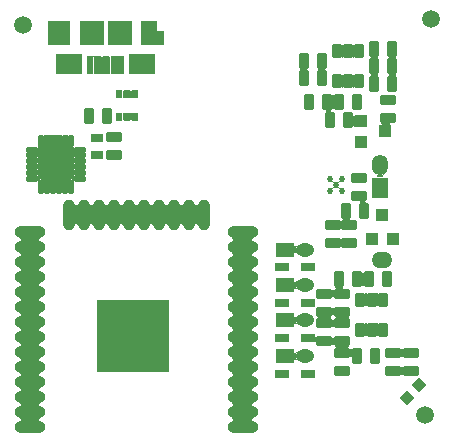
<source format=gbs>
G04 #@! TF.GenerationSoftware,KiCad,Pcbnew,(6.0.2-0)*
G04 #@! TF.CreationDate,2022-07-16T10:45:31+02:00*
G04 #@! TF.ProjectId,Crazyflie contol board,4372617a-7966-46c6-9965-20636f6e746f,2.2*
G04 #@! TF.SameCoordinates,Original*
G04 #@! TF.FileFunction,Soldermask,Bot*
G04 #@! TF.FilePolarity,Negative*
%FSLAX46Y46*%
G04 Gerber Fmt 4.6, Leading zero omitted, Abs format (unit mm)*
G04 Created by KiCad (PCBNEW (6.0.2-0)) date 2022-07-16 10:45:31*
%MOMM*%
%LPD*%
G01*
G04 APERTURE LIST*
G04 Aperture macros list*
%AMRoundRect*
0 Rectangle with rounded corners*
0 $1 Rounding radius*
0 $2 $3 $4 $5 $6 $7 $8 $9 X,Y pos of 4 corners*
0 Add a 4 corners polygon primitive as box body*
4,1,4,$2,$3,$4,$5,$6,$7,$8,$9,$2,$3,0*
0 Add four circle primitives for the rounded corners*
1,1,$1+$1,$2,$3*
1,1,$1+$1,$4,$5*
1,1,$1+$1,$6,$7*
1,1,$1+$1,$8,$9*
0 Add four rect primitives between the rounded corners*
20,1,$1+$1,$2,$3,$4,$5,0*
20,1,$1+$1,$4,$5,$6,$7,0*
20,1,$1+$1,$6,$7,$8,$9,0*
20,1,$1+$1,$8,$9,$2,$3,0*%
G04 Aperture macros list end*
%ADD10C,0.523240*%
%ADD11RoundRect,0.071120X0.599440X-0.800100X0.599440X0.800100X-0.599440X0.800100X-0.599440X-0.800100X0*%
%ADD12O,1.341120X1.742440*%
%ADD13RoundRect,0.071120X0.350520X0.500380X-0.350520X0.500380X-0.350520X-0.500380X0.350520X-0.500380X0*%
%ADD14RoundRect,0.071120X-0.350520X-0.500380X0.350520X-0.500380X0.350520X0.500380X-0.350520X0.500380X0*%
%ADD15RoundRect,0.071120X0.500380X0.299720X-0.500380X0.299720X-0.500380X-0.299720X0.500380X-0.299720X0*%
%ADD16RoundRect,0.071120X0.317500X0.571500X-0.317500X0.571500X-0.317500X-0.571500X0.317500X-0.571500X0*%
%ADD17RoundRect,0.071120X-0.317500X-0.571500X0.317500X-0.571500X0.317500X0.571500X-0.317500X0.571500X0*%
%ADD18RoundRect,0.071120X-0.571500X0.317500X-0.571500X-0.317500X0.571500X-0.317500X0.571500X0.317500X0*%
%ADD19RoundRect,0.071120X0.571500X-0.317500X0.571500X0.317500X-0.571500X0.317500X-0.571500X-0.317500X0*%
%ADD20RoundRect,0.071120X0.699770X-0.500380X0.699770X0.500380X-0.699770X0.500380X-0.699770X-0.500380X0*%
%ADD21O,1.541780X1.143000*%
%ADD22RoundRect,0.071120X0.199390X-0.254000X0.199390X0.254000X-0.199390X0.254000X-0.199390X-0.254000X0*%
%ADD23RoundRect,0.071120X-0.900430X-0.949960X0.900430X-0.949960X0.900430X0.949960X-0.900430X0.949960X0*%
%ADD24RoundRect,0.071120X-0.949960X-0.949960X0.949960X-0.949960X0.949960X0.949960X-0.949960X0.949960X0*%
%ADD25RoundRect,0.071120X-0.900430X-0.549910X0.900430X-0.549910X0.900430X0.549910X-0.900430X0.549910X0*%
%ADD26RoundRect,0.071120X-1.050290X-0.800100X1.050290X-0.800100X1.050290X0.800100X-1.050290X0.800100X0*%
%ADD27RoundRect,0.071120X-0.599440X-0.949960X0.599440X-0.949960X0.599440X0.949960X-0.599440X0.949960X0*%
%ADD28RoundRect,0.071120X-0.199390X-0.699770X0.199390X-0.699770X0.199390X0.699770X-0.199390X0.699770X0*%
%ADD29O,1.742440X1.341120*%
%ADD30RoundRect,0.071120X-0.457200X-0.457200X0.457200X-0.457200X0.457200X0.457200X-0.457200X0.457200X0*%
%ADD31RoundRect,0.071120X-0.457200X0.457200X-0.457200X-0.457200X0.457200X-0.457200X0.457200X0.457200X0*%
%ADD32RoundRect,0.071120X0.000000X0.563960X-0.563960X0.000000X0.000000X-0.563960X0.563960X0.000000X0*%
%ADD33O,2.642240X1.042240*%
%ADD34O,1.042240X2.642240*%
%ADD35RoundRect,0.071120X3.000000X3.000000X-3.000000X3.000000X-3.000000X-3.000000X3.000000X-3.000000X0*%
%ADD36RoundRect,0.071120X0.400000X-0.300000X0.400000X0.300000X-0.400000X0.300000X-0.400000X-0.300000X0*%
%ADD37RoundRect,0.071120X-0.150000X0.400000X-0.150000X-0.400000X0.150000X-0.400000X0.150000X0.400000X0*%
%ADD38RoundRect,0.071120X-0.425000X0.150000X-0.425000X-0.150000X0.425000X-0.150000X0.425000X0.150000X0*%
%ADD39C,0.522240*%
%ADD40RoundRect,0.071120X-1.275000X1.275000X-1.275000X-1.275000X1.275000X-1.275000X1.275000X1.275000X0*%
%ADD41C,1.500000*%
G04 APERTURE END LIST*
D10*
X149499320Y-99504500D03*
X148498560Y-99504500D03*
X148498560Y-98503740D03*
X149499320Y-98503740D03*
X148998940Y-99004120D03*
D11*
X152699720Y-99250500D03*
D12*
X152699720Y-97350580D03*
D13*
X150947120Y-90271600D03*
X149994620Y-90271600D03*
X149042120Y-90271600D03*
X149042120Y-87731600D03*
X149994620Y-87731600D03*
X150947120Y-87731600D03*
D14*
X151046180Y-108734860D03*
X151998680Y-108734860D03*
X152951180Y-108734860D03*
X152951180Y-111274860D03*
X151998680Y-111274860D03*
X151046180Y-111274860D03*
D15*
X146598640Y-106004360D03*
X144399000Y-106004360D03*
X146598640Y-109004100D03*
X144399000Y-109004100D03*
X146598640Y-112003840D03*
X144399000Y-112003840D03*
X146598640Y-115003580D03*
X144399000Y-115003580D03*
D16*
X153761440Y-89001600D03*
X152237440Y-89001600D03*
D17*
X152237440Y-87503000D03*
X153761440Y-87503000D03*
D16*
X150756620Y-92001340D03*
X149232620Y-92001340D03*
X147761960Y-90002360D03*
X146237960Y-90002360D03*
D17*
X150738840Y-113502440D03*
X152262840Y-113502440D03*
X128038860Y-93202760D03*
X129562860Y-93202760D03*
D18*
X149499320Y-113243360D03*
X149499320Y-114767360D03*
D16*
X153261060Y-107005120D03*
X151737060Y-107005120D03*
D19*
X150898860Y-99961700D03*
X150898860Y-98437700D03*
D18*
X153830020Y-113240820D03*
X153830020Y-114764820D03*
X148699220Y-102440740D03*
X148699220Y-103964740D03*
D19*
X130200000Y-96512000D03*
X130200000Y-94988000D03*
D17*
X146738340Y-92003880D03*
X148262340Y-92003880D03*
X146237960Y-88503760D03*
X147761960Y-88503760D03*
D16*
X149961600Y-93502480D03*
X148437600Y-93502480D03*
D17*
X152237440Y-90502740D03*
X153761440Y-90502740D03*
D18*
X149499320Y-110744000D03*
X149499320Y-112268000D03*
X148000720Y-108242100D03*
X148000720Y-109766100D03*
D19*
X149499320Y-109766100D03*
X149499320Y-108242100D03*
X147998180Y-112268000D03*
X147998180Y-110744000D03*
D17*
X149237700Y-107005120D03*
X150761700Y-107005120D03*
D16*
X151361140Y-101201220D03*
X149837140Y-101201220D03*
D20*
X144663160Y-113502440D03*
D21*
X146334480Y-113502440D03*
D20*
X144663160Y-110502700D03*
D21*
X146334480Y-110502700D03*
D20*
X144663160Y-107502960D03*
D21*
X146334480Y-107502960D03*
D20*
X144663160Y-104503220D03*
D21*
X146334480Y-104503220D03*
D19*
X150098760Y-103964740D03*
X150098760Y-102440740D03*
D22*
X131950460Y-93253560D03*
X131300220Y-93253560D03*
X130649980Y-93253560D03*
X130649980Y-91353640D03*
X131300220Y-91353640D03*
X131950460Y-91353640D03*
D23*
X125498860Y-86202520D03*
D24*
X130698240Y-86202520D03*
D25*
X133449060Y-86601300D03*
D26*
X126400560Y-88752680D03*
X132598160Y-88752680D03*
D27*
X133149340Y-86202520D03*
D24*
X128300480Y-86202520D03*
D28*
X128198880Y-88902540D03*
X128849120Y-88902540D03*
X129499360Y-88902540D03*
X130149600Y-88902540D03*
X130799840Y-88902540D03*
D18*
X153400760Y-91841320D03*
X153400760Y-93365320D03*
D29*
X152900380Y-105402380D03*
D30*
X152900380Y-101587300D03*
X153789380Y-103619300D03*
X152011380Y-103619300D03*
D31*
X153116280Y-94503240D03*
X151084280Y-95392240D03*
X151084280Y-93614240D03*
D32*
X156028635Y-115972345D03*
X154968965Y-117032015D03*
D19*
X155300680Y-114764820D03*
X155300680Y-113240820D03*
D33*
X123080000Y-119550000D03*
X123080000Y-118280000D03*
X123080000Y-117010000D03*
X123080000Y-115740000D03*
X123080000Y-114470000D03*
X123080000Y-113200000D03*
X123080000Y-111930000D03*
X123080000Y-110660000D03*
X123080000Y-109390000D03*
X123080000Y-108120000D03*
X123080000Y-106850000D03*
X123080000Y-105580000D03*
X123080000Y-104310000D03*
X123080000Y-103040000D03*
D34*
X126365000Y-101550000D03*
X127635000Y-101550000D03*
X128905000Y-101550000D03*
X130175000Y-101550000D03*
X131445000Y-101550000D03*
X132715000Y-101550000D03*
X133985000Y-101550000D03*
X135255000Y-101550000D03*
X136525000Y-101550000D03*
X137795000Y-101550000D03*
D33*
X141080000Y-103040000D03*
X141080000Y-104310000D03*
X141080000Y-105580000D03*
X141080000Y-106850000D03*
X141080000Y-108120000D03*
X141080000Y-109390000D03*
X141080000Y-110660000D03*
X141080000Y-111930000D03*
X141080000Y-113200000D03*
X141080000Y-114470000D03*
X141080000Y-115740000D03*
X141080000Y-117010000D03*
X141080000Y-118280000D03*
X141080000Y-119550000D03*
D35*
X131780000Y-111850000D03*
D36*
X128750000Y-96477280D03*
X128750000Y-95077280D03*
D37*
X124022800Y-95287080D03*
X124522800Y-95287080D03*
X125022800Y-95287080D03*
X125522800Y-95287080D03*
X126022800Y-95287080D03*
X126522800Y-95287080D03*
D38*
X127272800Y-96037080D03*
X127272800Y-96537080D03*
X127272800Y-97037080D03*
X127272800Y-97537080D03*
X127272800Y-98037080D03*
X127272800Y-98537080D03*
D37*
X126522800Y-99287080D03*
X126022800Y-99287080D03*
X125522800Y-99287080D03*
X125022800Y-99287080D03*
X124522800Y-99287080D03*
X124022800Y-99287080D03*
D38*
X123272800Y-98537080D03*
X123272800Y-98037080D03*
X123272800Y-97537080D03*
X123272800Y-97037080D03*
X123272800Y-96537080D03*
X123272800Y-96037080D03*
D39*
X124607320Y-96662240D03*
X124607320Y-97932240D03*
X125272800Y-97287080D03*
X125877320Y-97932240D03*
X125877320Y-96662240D03*
D40*
X125272800Y-97287080D03*
D41*
X122500000Y-85500000D03*
X157000000Y-85000000D03*
X156500000Y-118500000D03*
G36*
X141964588Y-118788523D02*
G01*
X141964860Y-118790505D01*
X141963808Y-118791582D01*
X141900137Y-118819350D01*
X141861701Y-118876963D01*
X141860513Y-118946213D01*
X141896979Y-119005151D01*
X141947122Y-119031977D01*
X141948178Y-119033675D01*
X141947235Y-119035439D01*
X141946033Y-119035735D01*
X141879922Y-119030880D01*
X140280132Y-119030880D01*
X140197263Y-119042232D01*
X140195412Y-119041477D01*
X140195140Y-119039495D01*
X140196192Y-119038418D01*
X140259863Y-119010650D01*
X140298299Y-118953037D01*
X140299487Y-118883787D01*
X140263021Y-118824849D01*
X140212878Y-118798023D01*
X140211822Y-118796325D01*
X140212765Y-118794561D01*
X140213967Y-118794265D01*
X140280078Y-118799120D01*
X141879868Y-118799120D01*
X141962737Y-118787768D01*
X141964588Y-118788523D01*
G37*
G36*
X123964588Y-118788523D02*
G01*
X123964860Y-118790505D01*
X123963808Y-118791582D01*
X123900137Y-118819350D01*
X123861701Y-118876963D01*
X123860513Y-118946213D01*
X123896979Y-119005151D01*
X123947122Y-119031977D01*
X123948178Y-119033675D01*
X123947235Y-119035439D01*
X123946033Y-119035735D01*
X123879922Y-119030880D01*
X122280132Y-119030880D01*
X122197263Y-119042232D01*
X122195412Y-119041477D01*
X122195140Y-119039495D01*
X122196192Y-119038418D01*
X122259863Y-119010650D01*
X122298299Y-118953037D01*
X122299487Y-118883787D01*
X122263021Y-118824849D01*
X122212878Y-118798023D01*
X122211822Y-118796325D01*
X122212765Y-118794561D01*
X122213967Y-118794265D01*
X122280078Y-118799120D01*
X123879868Y-118799120D01*
X123962737Y-118787768D01*
X123964588Y-118788523D01*
G37*
G36*
X141964588Y-117518523D02*
G01*
X141964860Y-117520505D01*
X141963808Y-117521582D01*
X141900137Y-117549350D01*
X141861701Y-117606963D01*
X141860513Y-117676213D01*
X141896979Y-117735151D01*
X141947122Y-117761977D01*
X141948178Y-117763675D01*
X141947235Y-117765439D01*
X141946033Y-117765735D01*
X141879922Y-117760880D01*
X140280132Y-117760880D01*
X140197263Y-117772232D01*
X140195412Y-117771477D01*
X140195140Y-117769495D01*
X140196192Y-117768418D01*
X140259863Y-117740650D01*
X140298299Y-117683037D01*
X140299487Y-117613787D01*
X140263021Y-117554849D01*
X140212878Y-117528023D01*
X140211822Y-117526325D01*
X140212765Y-117524561D01*
X140213967Y-117524265D01*
X140280078Y-117529120D01*
X141879868Y-117529120D01*
X141962737Y-117517768D01*
X141964588Y-117518523D01*
G37*
G36*
X123964588Y-117518523D02*
G01*
X123964860Y-117520505D01*
X123963808Y-117521582D01*
X123900137Y-117549350D01*
X123861701Y-117606963D01*
X123860513Y-117676213D01*
X123896979Y-117735151D01*
X123947122Y-117761977D01*
X123948178Y-117763675D01*
X123947235Y-117765439D01*
X123946033Y-117765735D01*
X123879922Y-117760880D01*
X122280132Y-117760880D01*
X122197263Y-117772232D01*
X122195412Y-117771477D01*
X122195140Y-117769495D01*
X122196192Y-117768418D01*
X122259863Y-117740650D01*
X122298299Y-117683037D01*
X122299487Y-117613787D01*
X122263021Y-117554849D01*
X122212878Y-117528023D01*
X122211822Y-117526325D01*
X122212765Y-117524561D01*
X122213967Y-117524265D01*
X122280078Y-117529120D01*
X123879868Y-117529120D01*
X123962737Y-117517768D01*
X123964588Y-117518523D01*
G37*
G36*
X123964588Y-116248523D02*
G01*
X123964860Y-116250505D01*
X123963808Y-116251582D01*
X123900137Y-116279350D01*
X123861701Y-116336963D01*
X123860513Y-116406213D01*
X123896979Y-116465151D01*
X123947122Y-116491977D01*
X123948178Y-116493675D01*
X123947235Y-116495439D01*
X123946033Y-116495735D01*
X123879922Y-116490880D01*
X122280132Y-116490880D01*
X122197263Y-116502232D01*
X122195412Y-116501477D01*
X122195140Y-116499495D01*
X122196192Y-116498418D01*
X122259863Y-116470650D01*
X122298299Y-116413037D01*
X122299487Y-116343787D01*
X122263021Y-116284849D01*
X122212878Y-116258023D01*
X122211822Y-116256325D01*
X122212765Y-116254561D01*
X122213967Y-116254265D01*
X122280078Y-116259120D01*
X123879868Y-116259120D01*
X123962737Y-116247768D01*
X123964588Y-116248523D01*
G37*
G36*
X141964588Y-116248523D02*
G01*
X141964860Y-116250505D01*
X141963808Y-116251582D01*
X141900137Y-116279350D01*
X141861701Y-116336963D01*
X141860513Y-116406213D01*
X141896979Y-116465151D01*
X141947122Y-116491977D01*
X141948178Y-116493675D01*
X141947235Y-116495439D01*
X141946033Y-116495735D01*
X141879922Y-116490880D01*
X140280132Y-116490880D01*
X140197263Y-116502232D01*
X140195412Y-116501477D01*
X140195140Y-116499495D01*
X140196192Y-116498418D01*
X140259863Y-116470650D01*
X140298299Y-116413037D01*
X140299487Y-116343787D01*
X140263021Y-116284849D01*
X140212878Y-116258023D01*
X140211822Y-116256325D01*
X140212765Y-116254561D01*
X140213967Y-116254265D01*
X140280078Y-116259120D01*
X141879868Y-116259120D01*
X141962737Y-116247768D01*
X141964588Y-116248523D01*
G37*
G36*
X123964588Y-114978523D02*
G01*
X123964860Y-114980505D01*
X123963808Y-114981582D01*
X123900137Y-115009350D01*
X123861701Y-115066963D01*
X123860513Y-115136213D01*
X123896979Y-115195151D01*
X123947122Y-115221977D01*
X123948178Y-115223675D01*
X123947235Y-115225439D01*
X123946033Y-115225735D01*
X123879922Y-115220880D01*
X122280132Y-115220880D01*
X122197263Y-115232232D01*
X122195412Y-115231477D01*
X122195140Y-115229495D01*
X122196192Y-115228418D01*
X122259863Y-115200650D01*
X122298299Y-115143037D01*
X122299487Y-115073787D01*
X122263021Y-115014849D01*
X122212878Y-114988023D01*
X122211822Y-114986325D01*
X122212765Y-114984561D01*
X122213967Y-114984265D01*
X122280078Y-114989120D01*
X123879868Y-114989120D01*
X123962737Y-114977768D01*
X123964588Y-114978523D01*
G37*
G36*
X141964588Y-114978523D02*
G01*
X141964860Y-114980505D01*
X141963808Y-114981582D01*
X141900137Y-115009350D01*
X141861701Y-115066963D01*
X141860513Y-115136213D01*
X141896979Y-115195151D01*
X141947122Y-115221977D01*
X141948178Y-115223675D01*
X141947235Y-115225439D01*
X141946033Y-115225735D01*
X141879922Y-115220880D01*
X140280132Y-115220880D01*
X140197263Y-115232232D01*
X140195412Y-115231477D01*
X140195140Y-115229495D01*
X140196192Y-115228418D01*
X140259863Y-115200650D01*
X140298299Y-115143037D01*
X140299487Y-115073787D01*
X140263021Y-115014849D01*
X140212878Y-114988023D01*
X140211822Y-114986325D01*
X140212765Y-114984561D01*
X140213967Y-114984265D01*
X140280078Y-114989120D01*
X141879868Y-114989120D01*
X141962737Y-114977768D01*
X141964588Y-114978523D01*
G37*
G36*
X154468625Y-114419150D02*
G01*
X154516294Y-114458988D01*
X154585009Y-114467621D01*
X154647639Y-114437658D01*
X154661359Y-114421823D01*
X154663249Y-114421169D01*
X154664761Y-114422479D01*
X154664833Y-114423523D01*
X154660060Y-114447519D01*
X154660060Y-115082121D01*
X154665320Y-115108565D01*
X154664677Y-115110459D01*
X154662715Y-115110849D01*
X154662075Y-115110490D01*
X154614406Y-115070652D01*
X154545691Y-115062019D01*
X154483061Y-115091982D01*
X154469341Y-115107817D01*
X154467451Y-115108471D01*
X154465939Y-115107161D01*
X154465867Y-115106117D01*
X154470640Y-115082121D01*
X154470640Y-114447519D01*
X154465380Y-114421075D01*
X154466023Y-114419181D01*
X154467985Y-114418791D01*
X154468625Y-114419150D01*
G37*
G36*
X141964588Y-113708523D02*
G01*
X141964860Y-113710505D01*
X141963808Y-113711582D01*
X141900137Y-113739350D01*
X141861701Y-113796963D01*
X141860513Y-113866213D01*
X141896979Y-113925151D01*
X141947122Y-113951977D01*
X141948178Y-113953675D01*
X141947235Y-113955439D01*
X141946033Y-113955735D01*
X141879922Y-113950880D01*
X140280132Y-113950880D01*
X140197263Y-113962232D01*
X140195412Y-113961477D01*
X140195140Y-113959495D01*
X140196192Y-113958418D01*
X140259863Y-113930650D01*
X140298299Y-113873037D01*
X140299487Y-113803787D01*
X140263021Y-113744849D01*
X140212878Y-113718023D01*
X140211822Y-113716325D01*
X140212765Y-113714561D01*
X140213967Y-113714265D01*
X140280078Y-113719120D01*
X141879868Y-113719120D01*
X141962737Y-113707768D01*
X141964588Y-113708523D01*
G37*
G36*
X123964588Y-113708523D02*
G01*
X123964860Y-113710505D01*
X123963808Y-113711582D01*
X123900137Y-113739350D01*
X123861701Y-113796963D01*
X123860513Y-113866213D01*
X123896979Y-113925151D01*
X123947122Y-113951977D01*
X123948178Y-113953675D01*
X123947235Y-113955439D01*
X123946033Y-113955735D01*
X123879922Y-113950880D01*
X122280132Y-113950880D01*
X122197263Y-113962232D01*
X122195412Y-113961477D01*
X122195140Y-113959495D01*
X122196192Y-113958418D01*
X122259863Y-113930650D01*
X122298299Y-113873037D01*
X122299487Y-113803787D01*
X122263021Y-113744849D01*
X122212878Y-113718023D01*
X122211822Y-113716325D01*
X122212765Y-113714561D01*
X122213967Y-113714265D01*
X122280078Y-113719120D01*
X123879868Y-113719120D01*
X123962737Y-113707768D01*
X123964588Y-113708523D01*
G37*
G36*
X145435969Y-113112145D02*
G01*
X145455645Y-113179157D01*
X145507988Y-113224512D01*
X145576541Y-113234369D01*
X145639638Y-113205553D01*
X145654685Y-113186634D01*
X145655340Y-113186376D01*
X145695430Y-113141380D01*
X145697329Y-113140752D01*
X145698822Y-113142082D01*
X145698510Y-113143928D01*
X145641902Y-113217700D01*
X145585012Y-113355047D01*
X145565607Y-113502440D01*
X145585012Y-113649833D01*
X145641902Y-113787180D01*
X145696487Y-113858316D01*
X145696748Y-113860299D01*
X145695161Y-113861517D01*
X145693393Y-113860849D01*
X145651926Y-113813315D01*
X145593284Y-113775904D01*
X145524027Y-113776134D01*
X145465889Y-113813772D01*
X145437234Y-113877075D01*
X145436045Y-113894093D01*
X145434927Y-113895752D01*
X145432932Y-113895612D01*
X145432050Y-113893954D01*
X145432050Y-113112708D01*
X145433050Y-113110976D01*
X145435050Y-113110976D01*
X145435969Y-113112145D01*
G37*
G36*
X150139413Y-112903688D02*
G01*
X150145346Y-112912567D01*
X150198721Y-112957174D01*
X150267437Y-112965807D01*
X150330067Y-112935842D01*
X150350116Y-112912705D01*
X150352747Y-112908768D01*
X150354541Y-112907883D01*
X150356204Y-112908995D01*
X150356372Y-112910269D01*
X150352220Y-112931139D01*
X150352220Y-113676000D01*
X150351220Y-113677732D01*
X150349220Y-113677732D01*
X150348301Y-113676563D01*
X150328625Y-113609551D01*
X150276282Y-113564196D01*
X150207729Y-113554339D01*
X150144584Y-113583177D01*
X150134692Y-113594388D01*
X150132796Y-113595025D01*
X150131296Y-113593702D01*
X150131529Y-113591954D01*
X150134641Y-113587296D01*
X150139940Y-113560661D01*
X150139940Y-112926059D01*
X150135788Y-112905189D01*
X150136431Y-112903295D01*
X150138393Y-112902905D01*
X150139413Y-112903688D01*
G37*
G36*
X154468625Y-112895150D02*
G01*
X154516294Y-112934988D01*
X154585009Y-112943621D01*
X154647639Y-112913658D01*
X154661359Y-112897823D01*
X154663249Y-112897169D01*
X154664761Y-112898479D01*
X154664833Y-112899523D01*
X154660060Y-112923519D01*
X154660060Y-113558121D01*
X154665320Y-113584565D01*
X154664677Y-113586459D01*
X154662715Y-113586849D01*
X154662075Y-113586490D01*
X154614406Y-113546652D01*
X154545691Y-113538019D01*
X154483061Y-113567982D01*
X154469341Y-113583817D01*
X154467451Y-113584471D01*
X154465939Y-113583161D01*
X154465867Y-113582117D01*
X154470640Y-113558121D01*
X154470640Y-112923519D01*
X154465380Y-112897075D01*
X154466023Y-112895181D01*
X154467985Y-112894791D01*
X154468625Y-112895150D01*
G37*
G36*
X150093927Y-112651004D02*
G01*
X150094317Y-112652966D01*
X150093958Y-112653606D01*
X150049648Y-112706625D01*
X150041016Y-112775340D01*
X150070980Y-112837970D01*
X150093495Y-112857478D01*
X150094149Y-112859368D01*
X150092839Y-112860880D01*
X150091795Y-112860952D01*
X150070621Y-112856740D01*
X148928019Y-112856740D01*
X148906607Y-112860999D01*
X148904713Y-112860356D01*
X148904323Y-112858394D01*
X148904682Y-112857754D01*
X148948992Y-112804735D01*
X148957624Y-112736020D01*
X148927660Y-112673390D01*
X148905145Y-112653882D01*
X148904491Y-112651992D01*
X148905801Y-112650480D01*
X148906845Y-112650408D01*
X148928019Y-112654620D01*
X150070621Y-112654620D01*
X150092033Y-112650361D01*
X150093927Y-112651004D01*
G37*
G36*
X141964588Y-112438523D02*
G01*
X141964860Y-112440505D01*
X141963808Y-112441582D01*
X141900137Y-112469350D01*
X141861701Y-112526963D01*
X141860513Y-112596213D01*
X141896979Y-112655151D01*
X141947122Y-112681977D01*
X141948178Y-112683675D01*
X141947235Y-112685439D01*
X141946033Y-112685735D01*
X141879922Y-112680880D01*
X140280132Y-112680880D01*
X140197263Y-112692232D01*
X140195412Y-112691477D01*
X140195140Y-112689495D01*
X140196192Y-112688418D01*
X140259863Y-112660650D01*
X140298299Y-112603037D01*
X140299487Y-112533787D01*
X140263021Y-112474849D01*
X140212878Y-112448023D01*
X140211822Y-112446325D01*
X140212765Y-112444561D01*
X140213967Y-112444265D01*
X140280078Y-112449120D01*
X141879868Y-112449120D01*
X141962737Y-112437768D01*
X141964588Y-112438523D01*
G37*
G36*
X123964588Y-112438523D02*
G01*
X123964860Y-112440505D01*
X123963808Y-112441582D01*
X123900137Y-112469350D01*
X123861701Y-112526963D01*
X123860513Y-112596213D01*
X123896979Y-112655151D01*
X123947122Y-112681977D01*
X123948178Y-112683675D01*
X123947235Y-112685439D01*
X123946033Y-112685735D01*
X123879922Y-112680880D01*
X122280132Y-112680880D01*
X122197263Y-112692232D01*
X122195412Y-112691477D01*
X122195140Y-112689495D01*
X122196192Y-112688418D01*
X122259863Y-112660650D01*
X122298299Y-112603037D01*
X122299487Y-112533787D01*
X122263021Y-112474849D01*
X122212878Y-112448023D01*
X122211822Y-112446325D01*
X122212765Y-112444561D01*
X122213967Y-112444265D01*
X122280078Y-112449120D01*
X123879868Y-112449120D01*
X123962737Y-112437768D01*
X123964588Y-112438523D01*
G37*
G36*
X148862684Y-111928554D02*
G01*
X148862852Y-111929829D01*
X148858700Y-111950699D01*
X148858700Y-112585301D01*
X148862852Y-112606171D01*
X148862209Y-112608065D01*
X148860247Y-112608455D01*
X148859227Y-112607672D01*
X148851181Y-112595631D01*
X148797805Y-112551023D01*
X148729090Y-112542391D01*
X148666460Y-112572355D01*
X148646408Y-112595498D01*
X148638273Y-112607672D01*
X148636479Y-112608557D01*
X148634816Y-112607446D01*
X148634648Y-112606171D01*
X148638800Y-112585301D01*
X148638800Y-111950699D01*
X148634648Y-111929829D01*
X148635291Y-111927935D01*
X148637253Y-111927545D01*
X148638273Y-111928328D01*
X148646319Y-111940369D01*
X148699695Y-111984977D01*
X148768410Y-111993609D01*
X148831040Y-111963645D01*
X148851092Y-111940502D01*
X148859227Y-111928328D01*
X148861021Y-111927443D01*
X148862684Y-111928554D01*
G37*
G36*
X147172059Y-111806495D02*
G01*
X147191735Y-111873507D01*
X147244078Y-111918862D01*
X147312697Y-111928728D01*
X147363659Y-111909200D01*
X147371794Y-111903765D01*
X147373790Y-111903634D01*
X147374901Y-111905297D01*
X147374568Y-111906539D01*
X147362859Y-111924063D01*
X147357560Y-111950699D01*
X147357560Y-112447002D01*
X147356560Y-112448734D01*
X147354560Y-112448734D01*
X147353641Y-112447565D01*
X147333965Y-112380553D01*
X147281622Y-112335198D01*
X147213003Y-112325332D01*
X147162041Y-112344860D01*
X147153906Y-112350295D01*
X147151910Y-112350426D01*
X147150799Y-112348763D01*
X147151132Y-112347521D01*
X147162841Y-112329997D01*
X147168140Y-112303361D01*
X147168140Y-111807058D01*
X147169140Y-111805326D01*
X147171140Y-111805326D01*
X147172059Y-111806495D01*
G37*
G36*
X152404086Y-110727745D02*
G01*
X152406356Y-110729261D01*
X152472720Y-110750041D01*
X152543518Y-110729252D01*
X152545774Y-110727745D01*
X152547770Y-110727614D01*
X152548881Y-110729277D01*
X152548548Y-110730519D01*
X152536839Y-110748043D01*
X152531540Y-110774679D01*
X152531540Y-111775041D01*
X152536839Y-111801677D01*
X152548548Y-111819201D01*
X152548679Y-111821197D01*
X152547016Y-111822308D01*
X152545774Y-111821975D01*
X152543504Y-111820459D01*
X152477140Y-111799679D01*
X152406342Y-111820468D01*
X152404086Y-111821975D01*
X152402090Y-111822106D01*
X152400979Y-111820443D01*
X152401312Y-111819201D01*
X152413021Y-111801677D01*
X152418320Y-111775041D01*
X152418320Y-110774679D01*
X152413021Y-110748043D01*
X152401312Y-110730519D01*
X152401181Y-110728523D01*
X152402844Y-110727412D01*
X152404086Y-110727745D01*
G37*
G36*
X151451586Y-110727745D02*
G01*
X151453856Y-110729261D01*
X151520220Y-110750041D01*
X151591018Y-110729252D01*
X151593274Y-110727745D01*
X151595270Y-110727614D01*
X151596381Y-110729277D01*
X151596048Y-110730519D01*
X151584339Y-110748043D01*
X151579040Y-110774679D01*
X151579040Y-111775041D01*
X151584339Y-111801677D01*
X151596048Y-111819201D01*
X151596179Y-111821197D01*
X151594516Y-111822308D01*
X151593274Y-111821975D01*
X151591004Y-111820459D01*
X151524640Y-111799679D01*
X151453842Y-111820468D01*
X151451586Y-111821975D01*
X151449590Y-111822106D01*
X151448479Y-111820443D01*
X151448812Y-111819201D01*
X151460521Y-111801677D01*
X151465820Y-111775041D01*
X151465820Y-110774679D01*
X151460521Y-110748043D01*
X151448812Y-110730519D01*
X151448681Y-110728523D01*
X151450344Y-110727412D01*
X151451586Y-110727745D01*
G37*
G36*
X141964588Y-111168523D02*
G01*
X141964860Y-111170505D01*
X141963808Y-111171582D01*
X141900137Y-111199350D01*
X141861701Y-111256963D01*
X141860513Y-111326213D01*
X141896979Y-111385151D01*
X141947122Y-111411977D01*
X141948178Y-111413675D01*
X141947235Y-111415439D01*
X141946033Y-111415735D01*
X141879922Y-111410880D01*
X140280132Y-111410880D01*
X140197263Y-111422232D01*
X140195412Y-111421477D01*
X140195140Y-111419495D01*
X140196192Y-111418418D01*
X140259863Y-111390650D01*
X140298299Y-111333037D01*
X140299487Y-111263787D01*
X140263021Y-111204849D01*
X140212878Y-111178023D01*
X140211822Y-111176325D01*
X140212765Y-111174561D01*
X140213967Y-111174265D01*
X140280078Y-111179120D01*
X141879868Y-111179120D01*
X141962737Y-111167768D01*
X141964588Y-111168523D01*
G37*
G36*
X123964588Y-111168523D02*
G01*
X123964860Y-111170505D01*
X123963808Y-111171582D01*
X123900137Y-111199350D01*
X123861701Y-111256963D01*
X123860513Y-111326213D01*
X123896979Y-111385151D01*
X123947122Y-111411977D01*
X123948178Y-111413675D01*
X123947235Y-111415439D01*
X123946033Y-111415735D01*
X123879922Y-111410880D01*
X122280132Y-111410880D01*
X122197263Y-111422232D01*
X122195412Y-111421477D01*
X122195140Y-111419495D01*
X122196192Y-111418418D01*
X122259863Y-111390650D01*
X122298299Y-111333037D01*
X122299487Y-111263787D01*
X122263021Y-111204849D01*
X122212878Y-111178023D01*
X122211822Y-111176325D01*
X122212765Y-111174561D01*
X122213967Y-111174265D01*
X122280078Y-111179120D01*
X123879868Y-111179120D01*
X123962737Y-111167768D01*
X123964588Y-111168523D01*
G37*
G36*
X148862684Y-110404554D02*
G01*
X148862852Y-110405829D01*
X148858700Y-110426699D01*
X148858700Y-111061301D01*
X148862852Y-111082171D01*
X148862209Y-111084065D01*
X148860247Y-111084455D01*
X148859227Y-111083672D01*
X148851181Y-111071631D01*
X148797805Y-111027023D01*
X148729090Y-111018391D01*
X148666460Y-111048355D01*
X148646408Y-111071498D01*
X148638273Y-111083672D01*
X148636479Y-111084557D01*
X148634816Y-111083446D01*
X148634648Y-111082171D01*
X148638800Y-111061301D01*
X148638800Y-110426699D01*
X148634648Y-110405828D01*
X148635291Y-110403934D01*
X148637253Y-110403544D01*
X148638273Y-110404327D01*
X148646319Y-110416369D01*
X148699695Y-110460977D01*
X148768410Y-110469609D01*
X148831040Y-110439645D01*
X148851092Y-110416502D01*
X148859227Y-110404328D01*
X148861021Y-110403443D01*
X148862684Y-110404554D01*
G37*
G36*
X145435969Y-110112405D02*
G01*
X145455645Y-110179417D01*
X145507988Y-110224772D01*
X145576541Y-110234629D01*
X145639638Y-110205813D01*
X145654685Y-110186894D01*
X145655340Y-110186636D01*
X145695430Y-110141640D01*
X145697329Y-110141012D01*
X145698822Y-110142342D01*
X145698510Y-110144188D01*
X145641902Y-110217960D01*
X145585012Y-110355307D01*
X145565607Y-110502700D01*
X145585012Y-110650093D01*
X145641902Y-110787440D01*
X145696487Y-110858576D01*
X145696748Y-110860559D01*
X145695161Y-110861777D01*
X145693393Y-110861109D01*
X145651926Y-110813575D01*
X145593284Y-110776164D01*
X145524027Y-110776394D01*
X145465889Y-110814032D01*
X145437234Y-110877335D01*
X145436045Y-110894353D01*
X145434927Y-110896012D01*
X145432932Y-110895872D01*
X145432050Y-110894214D01*
X145432050Y-110112968D01*
X145433050Y-110111236D01*
X145435050Y-110111236D01*
X145435969Y-110112405D01*
G37*
G36*
X147429419Y-110152720D02*
G01*
X148572021Y-110152720D01*
X148592890Y-110148569D01*
X148594784Y-110149212D01*
X148595174Y-110151174D01*
X148594391Y-110152194D01*
X148592484Y-110153468D01*
X148547877Y-110206844D01*
X148539246Y-110275560D01*
X148569209Y-110338189D01*
X148592167Y-110358081D01*
X148592821Y-110359971D01*
X148591511Y-110361483D01*
X148590467Y-110361555D01*
X148569481Y-110357380D01*
X147426879Y-110357380D01*
X147406010Y-110361531D01*
X147404116Y-110360888D01*
X147403726Y-110358926D01*
X147404509Y-110357906D01*
X147406416Y-110356632D01*
X147451023Y-110303256D01*
X147459654Y-110234540D01*
X147429691Y-110171911D01*
X147406733Y-110152019D01*
X147406079Y-110150129D01*
X147407389Y-110148617D01*
X147408433Y-110148545D01*
X147429419Y-110152720D01*
G37*
G36*
X150093385Y-110149211D02*
G01*
X150093775Y-110151173D01*
X150092993Y-110152193D01*
X150092354Y-110152620D01*
X150047748Y-110205995D01*
X150039115Y-110274710D01*
X150069080Y-110337340D01*
X150092214Y-110357386D01*
X150092993Y-110357907D01*
X150093877Y-110359701D01*
X150092765Y-110361364D01*
X150091491Y-110361532D01*
X150070621Y-110357380D01*
X148928019Y-110357380D01*
X148907149Y-110361532D01*
X148905255Y-110360889D01*
X148904865Y-110358927D01*
X148905647Y-110357907D01*
X148906286Y-110357480D01*
X148950892Y-110304105D01*
X148959525Y-110235390D01*
X148929560Y-110172760D01*
X148906426Y-110152714D01*
X148905647Y-110152193D01*
X148904763Y-110150399D01*
X148905875Y-110148736D01*
X148907149Y-110148568D01*
X148928019Y-110152720D01*
X150070621Y-110152720D01*
X150091491Y-110148568D01*
X150093385Y-110149211D01*
G37*
G36*
X141964588Y-109898523D02*
G01*
X141964860Y-109900505D01*
X141963808Y-109901582D01*
X141900137Y-109929350D01*
X141861701Y-109986963D01*
X141860513Y-110056213D01*
X141896979Y-110115151D01*
X141947122Y-110141977D01*
X141948178Y-110143675D01*
X141947235Y-110145439D01*
X141946033Y-110145735D01*
X141879922Y-110140880D01*
X140280132Y-110140880D01*
X140197263Y-110152232D01*
X140195412Y-110151477D01*
X140195140Y-110149495D01*
X140196192Y-110148418D01*
X140259863Y-110120650D01*
X140298299Y-110063037D01*
X140299487Y-109993787D01*
X140263021Y-109934849D01*
X140212878Y-109908023D01*
X140211822Y-109906325D01*
X140212765Y-109904561D01*
X140213967Y-109904265D01*
X140280078Y-109909120D01*
X141879868Y-109909120D01*
X141962737Y-109897768D01*
X141964588Y-109898523D01*
G37*
G36*
X123964588Y-109898523D02*
G01*
X123964860Y-109900505D01*
X123963808Y-109901582D01*
X123900137Y-109929350D01*
X123861701Y-109986963D01*
X123860513Y-110056213D01*
X123896979Y-110115151D01*
X123947122Y-110141977D01*
X123948178Y-110143675D01*
X123947235Y-110145439D01*
X123946033Y-110145735D01*
X123879922Y-110140880D01*
X122280132Y-110140880D01*
X122197263Y-110152232D01*
X122195412Y-110151477D01*
X122195140Y-110149495D01*
X122196192Y-110148418D01*
X122259863Y-110120650D01*
X122298299Y-110063037D01*
X122299487Y-109993787D01*
X122263021Y-109934849D01*
X122212878Y-109908023D01*
X122211822Y-109906325D01*
X122212765Y-109904561D01*
X122213967Y-109904265D01*
X122280078Y-109909120D01*
X123879868Y-109909120D01*
X123962737Y-109897768D01*
X123964588Y-109898523D01*
G37*
G36*
X148862684Y-109426653D02*
G01*
X148862852Y-109427928D01*
X148858700Y-109448799D01*
X148858700Y-110083401D01*
X148862852Y-110104272D01*
X148862209Y-110106166D01*
X148860247Y-110106556D01*
X148859227Y-110105773D01*
X148852451Y-110095632D01*
X148799075Y-110051024D01*
X148730360Y-110042392D01*
X148667730Y-110072356D01*
X148647678Y-110095499D01*
X148640813Y-110105773D01*
X148639019Y-110106658D01*
X148637356Y-110105547D01*
X148637188Y-110104272D01*
X148641340Y-110083401D01*
X148641340Y-109448799D01*
X148637188Y-109427928D01*
X148637831Y-109426034D01*
X148639793Y-109425644D01*
X148640813Y-109426427D01*
X148647589Y-109436568D01*
X148700965Y-109481176D01*
X148769680Y-109489808D01*
X148832310Y-109459844D01*
X148852362Y-109436701D01*
X148859227Y-109426427D01*
X148861021Y-109425542D01*
X148862684Y-109426653D01*
G37*
G36*
X151451586Y-108187745D02*
G01*
X151453856Y-108189261D01*
X151520220Y-108210041D01*
X151591018Y-108189252D01*
X151593274Y-108187745D01*
X151595270Y-108187614D01*
X151596381Y-108189277D01*
X151596048Y-108190519D01*
X151584339Y-108208043D01*
X151579040Y-108234679D01*
X151579040Y-109235041D01*
X151584339Y-109261677D01*
X151596048Y-109279201D01*
X151596179Y-109281197D01*
X151594516Y-109282308D01*
X151593274Y-109281975D01*
X151591004Y-109280459D01*
X151524640Y-109259679D01*
X151453842Y-109280468D01*
X151451586Y-109281975D01*
X151449590Y-109282106D01*
X151448479Y-109280443D01*
X151448812Y-109279201D01*
X151460521Y-109261677D01*
X151465820Y-109235041D01*
X151465820Y-108234679D01*
X151460521Y-108208043D01*
X151448812Y-108190519D01*
X151448681Y-108188523D01*
X151450344Y-108187412D01*
X151451586Y-108187745D01*
G37*
G36*
X152404086Y-108187745D02*
G01*
X152406356Y-108189261D01*
X152472720Y-108210041D01*
X152543518Y-108189252D01*
X152545774Y-108187745D01*
X152547770Y-108187614D01*
X152548881Y-108189277D01*
X152548548Y-108190519D01*
X152536839Y-108208043D01*
X152531540Y-108234679D01*
X152531540Y-109235041D01*
X152536839Y-109261677D01*
X152548548Y-109279201D01*
X152548679Y-109281197D01*
X152547016Y-109282308D01*
X152545774Y-109281975D01*
X152543504Y-109280459D01*
X152477140Y-109259679D01*
X152406342Y-109280468D01*
X152404086Y-109281975D01*
X152402090Y-109282106D01*
X152400979Y-109280443D01*
X152401312Y-109279201D01*
X152413021Y-109261677D01*
X152418320Y-109235041D01*
X152418320Y-108234679D01*
X152413021Y-108208043D01*
X152401312Y-108190519D01*
X152401181Y-108188523D01*
X152402844Y-108187412D01*
X152404086Y-108187745D01*
G37*
G36*
X123964588Y-108628523D02*
G01*
X123964860Y-108630505D01*
X123963808Y-108631582D01*
X123900137Y-108659350D01*
X123861701Y-108716963D01*
X123860513Y-108786213D01*
X123896979Y-108845151D01*
X123947122Y-108871977D01*
X123948178Y-108873675D01*
X123947235Y-108875439D01*
X123946033Y-108875735D01*
X123879922Y-108870880D01*
X122280132Y-108870880D01*
X122197263Y-108882232D01*
X122195412Y-108881477D01*
X122195140Y-108879495D01*
X122196192Y-108878418D01*
X122259863Y-108850650D01*
X122298299Y-108793037D01*
X122299487Y-108723787D01*
X122263021Y-108664849D01*
X122212878Y-108638023D01*
X122211822Y-108636325D01*
X122212765Y-108634561D01*
X122213967Y-108634265D01*
X122280078Y-108639120D01*
X123879868Y-108639120D01*
X123962737Y-108627768D01*
X123964588Y-108628523D01*
G37*
G36*
X141964588Y-108628523D02*
G01*
X141964860Y-108630505D01*
X141963808Y-108631582D01*
X141900137Y-108659350D01*
X141861701Y-108716963D01*
X141860513Y-108786213D01*
X141896979Y-108845151D01*
X141947122Y-108871977D01*
X141948178Y-108873675D01*
X141947235Y-108875439D01*
X141946033Y-108875735D01*
X141879922Y-108870880D01*
X140280132Y-108870880D01*
X140197263Y-108882232D01*
X140195412Y-108881477D01*
X140195140Y-108879495D01*
X140196192Y-108878418D01*
X140259863Y-108850650D01*
X140298299Y-108793037D01*
X140299487Y-108723787D01*
X140263021Y-108664849D01*
X140212878Y-108638023D01*
X140211822Y-108636325D01*
X140212765Y-108634561D01*
X140213967Y-108634265D01*
X140280078Y-108639120D01*
X141879868Y-108639120D01*
X141962737Y-108627768D01*
X141964588Y-108628523D01*
G37*
G36*
X148862684Y-107902653D02*
G01*
X148862852Y-107903928D01*
X148858700Y-107924799D01*
X148858700Y-108559401D01*
X148862852Y-108580272D01*
X148862209Y-108582166D01*
X148860247Y-108582556D01*
X148859227Y-108581773D01*
X148852451Y-108571632D01*
X148799075Y-108527024D01*
X148730360Y-108518392D01*
X148667730Y-108548356D01*
X148647678Y-108571499D01*
X148640813Y-108581773D01*
X148639019Y-108582658D01*
X148637356Y-108581547D01*
X148637188Y-108580272D01*
X148641340Y-108559401D01*
X148641340Y-107924799D01*
X148637188Y-107903928D01*
X148637831Y-107902034D01*
X148639793Y-107901644D01*
X148640813Y-107902427D01*
X148647589Y-107912568D01*
X148700965Y-107957176D01*
X148769680Y-107965808D01*
X148832310Y-107935844D01*
X148852362Y-107912701D01*
X148859227Y-107902427D01*
X148861021Y-107901542D01*
X148862684Y-107902653D01*
G37*
G36*
X145435969Y-107112665D02*
G01*
X145455645Y-107179677D01*
X145507988Y-107225032D01*
X145576541Y-107234889D01*
X145639638Y-107206073D01*
X145654685Y-107187154D01*
X145655340Y-107186896D01*
X145695430Y-107141900D01*
X145697329Y-107141272D01*
X145698822Y-107142602D01*
X145698510Y-107144448D01*
X145641902Y-107218220D01*
X145585012Y-107355567D01*
X145565607Y-107502960D01*
X145585012Y-107650353D01*
X145641902Y-107787700D01*
X145696487Y-107858836D01*
X145696748Y-107860819D01*
X145695161Y-107862037D01*
X145693393Y-107861369D01*
X145651926Y-107813835D01*
X145593284Y-107776424D01*
X145524027Y-107776654D01*
X145465889Y-107814292D01*
X145437234Y-107877595D01*
X145436045Y-107894613D01*
X145434927Y-107896272D01*
X145432932Y-107896132D01*
X145432050Y-107894474D01*
X145432050Y-107113228D01*
X145433050Y-107111496D01*
X145435050Y-107111496D01*
X145435969Y-107112665D01*
G37*
G36*
X149601231Y-107630957D02*
G01*
X149600770Y-107632371D01*
X149561445Y-107679424D01*
X149552812Y-107748140D01*
X149582702Y-107810615D01*
X149641763Y-107847101D01*
X149674412Y-107851498D01*
X149675995Y-107852720D01*
X149675728Y-107854702D01*
X149674145Y-107855480D01*
X148928019Y-107855480D01*
X148907149Y-107859632D01*
X148905255Y-107858989D01*
X148904865Y-107857027D01*
X148905647Y-107856007D01*
X148906277Y-107855586D01*
X148950883Y-107802211D01*
X148959516Y-107733496D01*
X148929551Y-107670866D01*
X148906415Y-107650817D01*
X148898029Y-107645214D01*
X148897144Y-107643420D01*
X148898255Y-107641757D01*
X148899530Y-107641589D01*
X148920399Y-107645740D01*
X149555001Y-107645740D01*
X149581637Y-107640441D01*
X149598124Y-107629425D01*
X149600120Y-107629294D01*
X149601231Y-107630957D01*
G37*
G36*
X141964588Y-107358523D02*
G01*
X141964860Y-107360505D01*
X141963808Y-107361582D01*
X141900137Y-107389350D01*
X141861701Y-107446963D01*
X141860513Y-107516213D01*
X141896979Y-107575151D01*
X141947122Y-107601977D01*
X141948178Y-107603675D01*
X141947235Y-107605439D01*
X141946033Y-107605735D01*
X141879922Y-107600880D01*
X140280132Y-107600880D01*
X140197263Y-107612232D01*
X140195412Y-107611477D01*
X140195140Y-107609495D01*
X140196192Y-107608418D01*
X140259863Y-107580650D01*
X140298299Y-107523037D01*
X140299487Y-107453787D01*
X140263021Y-107394849D01*
X140212878Y-107368023D01*
X140211822Y-107366325D01*
X140212765Y-107364561D01*
X140213967Y-107364265D01*
X140280078Y-107369120D01*
X141879868Y-107369120D01*
X141962737Y-107357768D01*
X141964588Y-107358523D01*
G37*
G36*
X123964588Y-107358523D02*
G01*
X123964860Y-107360505D01*
X123963808Y-107361582D01*
X123900137Y-107389350D01*
X123861701Y-107446963D01*
X123860513Y-107516213D01*
X123896979Y-107575151D01*
X123947122Y-107601977D01*
X123948178Y-107603675D01*
X123947235Y-107605439D01*
X123946033Y-107605735D01*
X123879922Y-107600880D01*
X122280132Y-107600880D01*
X122197263Y-107612232D01*
X122195412Y-107611477D01*
X122195140Y-107609495D01*
X122196192Y-107608418D01*
X122259863Y-107580650D01*
X122298299Y-107523037D01*
X122299487Y-107453787D01*
X122263021Y-107394849D01*
X122212878Y-107368023D01*
X122211822Y-107366325D01*
X122212765Y-107364561D01*
X122213967Y-107364265D01*
X122280078Y-107369120D01*
X123879868Y-107369120D01*
X123962737Y-107357768D01*
X123964588Y-107358523D01*
G37*
G36*
X151147306Y-106410482D02*
G01*
X151200325Y-106454792D01*
X151269040Y-106463424D01*
X151331670Y-106433460D01*
X151351178Y-106410945D01*
X151353068Y-106410291D01*
X151354580Y-106411601D01*
X151354652Y-106412645D01*
X151350440Y-106433819D01*
X151350440Y-107576421D01*
X151354699Y-107597833D01*
X151354056Y-107599727D01*
X151352094Y-107600117D01*
X151351454Y-107599758D01*
X151298435Y-107555448D01*
X151229720Y-107546816D01*
X151167090Y-107576780D01*
X151147582Y-107599295D01*
X151145692Y-107599949D01*
X151144180Y-107598639D01*
X151144108Y-107597595D01*
X151148320Y-107576421D01*
X151148320Y-106433819D01*
X151144061Y-106412407D01*
X151144704Y-106410513D01*
X151146666Y-106410123D01*
X151147306Y-106410482D01*
G37*
G36*
X123964588Y-106088523D02*
G01*
X123964860Y-106090505D01*
X123963808Y-106091582D01*
X123900137Y-106119350D01*
X123861701Y-106176963D01*
X123860513Y-106246213D01*
X123896979Y-106305151D01*
X123947122Y-106331977D01*
X123948178Y-106333675D01*
X123947235Y-106335439D01*
X123946033Y-106335735D01*
X123879922Y-106330880D01*
X122280132Y-106330880D01*
X122197263Y-106342232D01*
X122195412Y-106341477D01*
X122195140Y-106339495D01*
X122196192Y-106338418D01*
X122259863Y-106310650D01*
X122298299Y-106253037D01*
X122299487Y-106183787D01*
X122263021Y-106124849D01*
X122212878Y-106098023D01*
X122211822Y-106096325D01*
X122212765Y-106094561D01*
X122213967Y-106094265D01*
X122280078Y-106099120D01*
X123879868Y-106099120D01*
X123962737Y-106087768D01*
X123964588Y-106088523D01*
G37*
G36*
X141964588Y-106088523D02*
G01*
X141964860Y-106090505D01*
X141963808Y-106091582D01*
X141900137Y-106119350D01*
X141861701Y-106176963D01*
X141860513Y-106246213D01*
X141896979Y-106305151D01*
X141947122Y-106331977D01*
X141948178Y-106333675D01*
X141947235Y-106335439D01*
X141946033Y-106335735D01*
X141879922Y-106330880D01*
X140280132Y-106330880D01*
X140197263Y-106342232D01*
X140195412Y-106341477D01*
X140195140Y-106339495D01*
X140196192Y-106338418D01*
X140259863Y-106310650D01*
X140298299Y-106253037D01*
X140299487Y-106183787D01*
X140263021Y-106124849D01*
X140212878Y-106098023D01*
X140211822Y-106096325D01*
X140212765Y-106094561D01*
X140213967Y-106094265D01*
X140280078Y-106099120D01*
X141879868Y-106099120D01*
X141962737Y-106087768D01*
X141964588Y-106088523D01*
G37*
G36*
X123964588Y-104818523D02*
G01*
X123964860Y-104820505D01*
X123963808Y-104821582D01*
X123900137Y-104849350D01*
X123861701Y-104906963D01*
X123860513Y-104976213D01*
X123896979Y-105035151D01*
X123947122Y-105061977D01*
X123948178Y-105063675D01*
X123947235Y-105065439D01*
X123946033Y-105065735D01*
X123879922Y-105060880D01*
X122280132Y-105060880D01*
X122197263Y-105072232D01*
X122195412Y-105071477D01*
X122195140Y-105069495D01*
X122196192Y-105068418D01*
X122259863Y-105040650D01*
X122298299Y-104983037D01*
X122299487Y-104913787D01*
X122263021Y-104854849D01*
X122212878Y-104828023D01*
X122211822Y-104826325D01*
X122212765Y-104824561D01*
X122213967Y-104824265D01*
X122280078Y-104829120D01*
X123879868Y-104829120D01*
X123962737Y-104817768D01*
X123964588Y-104818523D01*
G37*
G36*
X141964588Y-104818523D02*
G01*
X141964860Y-104820505D01*
X141963808Y-104821582D01*
X141900137Y-104849350D01*
X141861701Y-104906963D01*
X141860513Y-104976213D01*
X141896979Y-105035151D01*
X141947122Y-105061977D01*
X141948178Y-105063675D01*
X141947235Y-105065439D01*
X141946033Y-105065735D01*
X141879922Y-105060880D01*
X140280132Y-105060880D01*
X140197263Y-105072232D01*
X140195412Y-105071477D01*
X140195140Y-105069495D01*
X140196192Y-105068418D01*
X140259863Y-105040650D01*
X140298299Y-104983037D01*
X140299487Y-104913787D01*
X140263021Y-104854849D01*
X140212878Y-104828023D01*
X140211822Y-104826325D01*
X140212765Y-104824561D01*
X140213967Y-104824265D01*
X140280078Y-104829120D01*
X141879868Y-104829120D01*
X141962737Y-104817768D01*
X141964588Y-104818523D01*
G37*
G36*
X145435969Y-104112925D02*
G01*
X145455645Y-104179937D01*
X145507988Y-104225292D01*
X145576541Y-104235149D01*
X145639638Y-104206333D01*
X145654685Y-104187414D01*
X145655340Y-104187156D01*
X145695430Y-104142160D01*
X145697329Y-104141532D01*
X145698822Y-104142862D01*
X145698510Y-104144708D01*
X145641902Y-104218480D01*
X145585012Y-104355827D01*
X145565607Y-104503220D01*
X145585012Y-104650613D01*
X145641902Y-104787960D01*
X145696487Y-104859096D01*
X145696748Y-104861079D01*
X145695161Y-104862297D01*
X145693393Y-104861629D01*
X145651926Y-104814095D01*
X145593284Y-104776684D01*
X145524027Y-104776914D01*
X145465889Y-104814552D01*
X145437234Y-104877855D01*
X145436045Y-104894873D01*
X145434927Y-104896532D01*
X145432932Y-104896392D01*
X145432050Y-104894734D01*
X145432050Y-104113488D01*
X145433050Y-104111756D01*
X145435050Y-104111756D01*
X145435969Y-104112925D01*
G37*
G36*
X149325607Y-103600506D02*
G01*
X149330416Y-103603719D01*
X149396780Y-103624498D01*
X149467578Y-103603710D01*
X149472373Y-103600506D01*
X149474368Y-103600375D01*
X149475480Y-103602038D01*
X149475147Y-103603280D01*
X149463439Y-103620803D01*
X149458140Y-103647439D01*
X149458140Y-104282041D01*
X149463439Y-104308677D01*
X149475147Y-104326200D01*
X149475278Y-104328196D01*
X149473615Y-104329307D01*
X149472373Y-104328974D01*
X149467564Y-104325761D01*
X149401200Y-104304982D01*
X149330402Y-104325770D01*
X149325607Y-104328974D01*
X149323612Y-104329105D01*
X149322500Y-104327442D01*
X149322833Y-104326200D01*
X149334541Y-104308677D01*
X149339840Y-104282041D01*
X149339840Y-103647439D01*
X149334541Y-103620803D01*
X149322833Y-103603280D01*
X149322702Y-103601284D01*
X149324365Y-103600173D01*
X149325607Y-103600506D01*
G37*
G36*
X141964588Y-103548523D02*
G01*
X141964860Y-103550505D01*
X141963808Y-103551582D01*
X141900137Y-103579350D01*
X141861701Y-103636963D01*
X141860513Y-103706213D01*
X141896979Y-103765151D01*
X141947122Y-103791977D01*
X141948178Y-103793675D01*
X141947235Y-103795439D01*
X141946033Y-103795735D01*
X141879922Y-103790880D01*
X140280132Y-103790880D01*
X140197263Y-103802232D01*
X140195412Y-103801477D01*
X140195140Y-103799495D01*
X140196192Y-103798418D01*
X140259863Y-103770650D01*
X140298299Y-103713037D01*
X140299487Y-103643787D01*
X140263021Y-103584849D01*
X140212878Y-103558023D01*
X140211822Y-103556325D01*
X140212765Y-103554561D01*
X140213967Y-103554265D01*
X140280078Y-103559120D01*
X141879868Y-103559120D01*
X141962737Y-103547768D01*
X141964588Y-103548523D01*
G37*
G36*
X123964588Y-103548523D02*
G01*
X123964860Y-103550505D01*
X123963808Y-103551582D01*
X123900137Y-103579350D01*
X123861701Y-103636963D01*
X123860513Y-103706213D01*
X123896979Y-103765151D01*
X123947122Y-103791977D01*
X123948178Y-103793675D01*
X123947235Y-103795439D01*
X123946033Y-103795735D01*
X123879922Y-103790880D01*
X122280132Y-103790880D01*
X122197263Y-103802232D01*
X122195412Y-103801477D01*
X122195140Y-103799495D01*
X122196192Y-103798418D01*
X122259863Y-103770650D01*
X122298299Y-103713037D01*
X122299487Y-103643787D01*
X122263021Y-103584849D01*
X122212878Y-103558023D01*
X122211822Y-103556325D01*
X122212765Y-103554561D01*
X122213967Y-103554265D01*
X122280078Y-103559120D01*
X123879868Y-103559120D01*
X123962737Y-103547768D01*
X123964588Y-103548523D01*
G37*
G36*
X149325607Y-102076506D02*
G01*
X149330416Y-102079719D01*
X149396780Y-102100498D01*
X149467577Y-102079710D01*
X149472374Y-102076505D01*
X149474370Y-102076374D01*
X149475481Y-102078037D01*
X149475148Y-102079279D01*
X149463439Y-102096803D01*
X149458140Y-102123439D01*
X149458140Y-102758041D01*
X149463439Y-102784677D01*
X149475147Y-102802200D01*
X149475278Y-102804196D01*
X149473615Y-102805307D01*
X149472373Y-102804974D01*
X149467564Y-102801761D01*
X149401200Y-102780982D01*
X149330402Y-102801770D01*
X149325607Y-102804974D01*
X149323612Y-102805105D01*
X149322500Y-102803442D01*
X149322833Y-102802200D01*
X149334541Y-102784677D01*
X149339840Y-102758041D01*
X149339840Y-102123439D01*
X149334541Y-102096803D01*
X149322833Y-102079280D01*
X149322702Y-102077284D01*
X149324365Y-102076173D01*
X149325607Y-102076506D01*
G37*
G36*
X126876582Y-100666192D02*
G01*
X126904350Y-100729863D01*
X126961963Y-100768299D01*
X127031213Y-100769487D01*
X127090151Y-100733021D01*
X127116977Y-100682878D01*
X127118675Y-100681822D01*
X127120439Y-100682765D01*
X127120735Y-100683967D01*
X127115880Y-100750078D01*
X127115880Y-102349868D01*
X127127232Y-102432737D01*
X127126477Y-102434588D01*
X127124495Y-102434860D01*
X127123418Y-102433808D01*
X127095650Y-102370137D01*
X127038037Y-102331701D01*
X126968787Y-102330513D01*
X126909849Y-102366979D01*
X126883023Y-102417122D01*
X126881325Y-102418178D01*
X126879561Y-102417235D01*
X126879265Y-102416033D01*
X126884120Y-102349922D01*
X126884120Y-100750132D01*
X126872768Y-100667263D01*
X126873523Y-100665412D01*
X126875505Y-100665140D01*
X126876582Y-100666192D01*
G37*
G36*
X131956582Y-100666192D02*
G01*
X131984350Y-100729863D01*
X132041963Y-100768299D01*
X132111213Y-100769487D01*
X132170151Y-100733021D01*
X132196977Y-100682878D01*
X132198675Y-100681822D01*
X132200439Y-100682765D01*
X132200735Y-100683967D01*
X132195880Y-100750078D01*
X132195880Y-102349868D01*
X132207232Y-102432737D01*
X132206477Y-102434588D01*
X132204495Y-102434860D01*
X132203418Y-102433808D01*
X132175650Y-102370137D01*
X132118037Y-102331701D01*
X132048787Y-102330513D01*
X131989849Y-102366979D01*
X131963023Y-102417122D01*
X131961325Y-102418178D01*
X131959561Y-102417235D01*
X131959265Y-102416033D01*
X131964120Y-102349922D01*
X131964120Y-100750132D01*
X131952768Y-100667263D01*
X131953523Y-100665412D01*
X131955505Y-100665140D01*
X131956582Y-100666192D01*
G37*
G36*
X129416582Y-100666192D02*
G01*
X129444350Y-100729863D01*
X129501963Y-100768299D01*
X129571213Y-100769487D01*
X129630151Y-100733021D01*
X129656977Y-100682878D01*
X129658675Y-100681822D01*
X129660439Y-100682765D01*
X129660735Y-100683967D01*
X129655880Y-100750078D01*
X129655880Y-102349868D01*
X129667232Y-102432737D01*
X129666477Y-102434588D01*
X129664495Y-102434860D01*
X129663418Y-102433808D01*
X129635650Y-102370137D01*
X129578037Y-102331701D01*
X129508787Y-102330513D01*
X129449849Y-102366979D01*
X129423023Y-102417122D01*
X129421325Y-102418178D01*
X129419561Y-102417235D01*
X129419265Y-102416033D01*
X129424120Y-102349922D01*
X129424120Y-100750132D01*
X129412768Y-100667263D01*
X129413523Y-100665412D01*
X129415505Y-100665140D01*
X129416582Y-100666192D01*
G37*
G36*
X134496582Y-100666192D02*
G01*
X134524350Y-100729863D01*
X134581963Y-100768299D01*
X134651213Y-100769487D01*
X134710151Y-100733021D01*
X134736977Y-100682878D01*
X134738675Y-100681822D01*
X134740439Y-100682765D01*
X134740735Y-100683967D01*
X134735880Y-100750078D01*
X134735880Y-102349868D01*
X134747232Y-102432737D01*
X134746477Y-102434588D01*
X134744495Y-102434860D01*
X134743418Y-102433808D01*
X134715650Y-102370137D01*
X134658037Y-102331701D01*
X134588787Y-102330513D01*
X134529849Y-102366979D01*
X134503023Y-102417122D01*
X134501325Y-102418178D01*
X134499561Y-102417235D01*
X134499265Y-102416033D01*
X134504120Y-102349922D01*
X134504120Y-100750132D01*
X134492768Y-100667263D01*
X134493523Y-100665412D01*
X134495505Y-100665140D01*
X134496582Y-100666192D01*
G37*
G36*
X128146582Y-100666192D02*
G01*
X128174350Y-100729863D01*
X128231963Y-100768299D01*
X128301213Y-100769487D01*
X128360151Y-100733021D01*
X128386977Y-100682878D01*
X128388675Y-100681822D01*
X128390439Y-100682765D01*
X128390735Y-100683967D01*
X128385880Y-100750078D01*
X128385880Y-102349868D01*
X128397232Y-102432737D01*
X128396477Y-102434588D01*
X128394495Y-102434860D01*
X128393418Y-102433808D01*
X128365650Y-102370137D01*
X128308037Y-102331701D01*
X128238787Y-102330513D01*
X128179849Y-102366979D01*
X128153023Y-102417122D01*
X128151325Y-102418178D01*
X128149561Y-102417235D01*
X128149265Y-102416033D01*
X128154120Y-102349922D01*
X128154120Y-100750132D01*
X128142768Y-100667263D01*
X128143523Y-100665412D01*
X128145505Y-100665140D01*
X128146582Y-100666192D01*
G37*
G36*
X130686582Y-100666192D02*
G01*
X130714350Y-100729863D01*
X130771963Y-100768299D01*
X130841213Y-100769487D01*
X130900151Y-100733021D01*
X130926977Y-100682878D01*
X130928675Y-100681822D01*
X130930439Y-100682765D01*
X130930735Y-100683967D01*
X130925880Y-100750078D01*
X130925880Y-102349868D01*
X130937232Y-102432737D01*
X130936477Y-102434588D01*
X130934495Y-102434860D01*
X130933418Y-102433808D01*
X130905650Y-102370137D01*
X130848037Y-102331701D01*
X130778787Y-102330513D01*
X130719849Y-102366979D01*
X130693023Y-102417122D01*
X130691325Y-102418178D01*
X130689561Y-102417235D01*
X130689265Y-102416033D01*
X130694120Y-102349922D01*
X130694120Y-100750132D01*
X130682768Y-100667263D01*
X130683523Y-100665412D01*
X130685505Y-100665140D01*
X130686582Y-100666192D01*
G37*
G36*
X133226582Y-100666192D02*
G01*
X133254350Y-100729863D01*
X133311963Y-100768299D01*
X133381213Y-100769487D01*
X133440151Y-100733021D01*
X133466977Y-100682878D01*
X133468675Y-100681822D01*
X133470439Y-100682765D01*
X133470735Y-100683967D01*
X133465880Y-100750078D01*
X133465880Y-102349868D01*
X133477232Y-102432737D01*
X133476477Y-102434588D01*
X133474495Y-102434860D01*
X133473418Y-102433808D01*
X133445650Y-102370137D01*
X133388037Y-102331701D01*
X133318787Y-102330513D01*
X133259849Y-102366979D01*
X133233023Y-102417122D01*
X133231325Y-102418178D01*
X133229561Y-102417235D01*
X133229265Y-102416033D01*
X133234120Y-102349922D01*
X133234120Y-100750132D01*
X133222768Y-100667263D01*
X133223523Y-100665412D01*
X133225505Y-100665140D01*
X133226582Y-100666192D01*
G37*
G36*
X135766582Y-100666192D02*
G01*
X135794350Y-100729863D01*
X135851963Y-100768299D01*
X135921213Y-100769487D01*
X135980151Y-100733021D01*
X136006977Y-100682878D01*
X136008675Y-100681822D01*
X136010439Y-100682765D01*
X136010735Y-100683967D01*
X136005880Y-100750078D01*
X136005880Y-102349868D01*
X136017232Y-102432737D01*
X136016477Y-102434588D01*
X136014495Y-102434860D01*
X136013418Y-102433808D01*
X135985650Y-102370137D01*
X135928037Y-102331701D01*
X135858787Y-102330513D01*
X135799849Y-102366979D01*
X135773023Y-102417122D01*
X135771325Y-102418178D01*
X135769561Y-102417235D01*
X135769265Y-102416033D01*
X135774120Y-102349922D01*
X135774120Y-100750132D01*
X135762768Y-100667263D01*
X135763523Y-100665412D01*
X135765505Y-100665140D01*
X135766582Y-100666192D01*
G37*
G36*
X137036582Y-100666192D02*
G01*
X137064350Y-100729863D01*
X137121963Y-100768299D01*
X137191213Y-100769487D01*
X137250151Y-100733021D01*
X137276977Y-100682878D01*
X137278675Y-100681822D01*
X137280439Y-100682765D01*
X137280735Y-100683967D01*
X137275880Y-100750078D01*
X137275880Y-102349868D01*
X137287232Y-102432737D01*
X137286477Y-102434588D01*
X137284495Y-102434860D01*
X137283418Y-102433808D01*
X137255650Y-102370137D01*
X137198037Y-102331701D01*
X137128787Y-102330513D01*
X137069849Y-102366979D01*
X137043023Y-102417122D01*
X137041325Y-102418178D01*
X137039561Y-102417235D01*
X137039265Y-102416033D01*
X137044120Y-102349922D01*
X137044120Y-100750132D01*
X137032768Y-100667263D01*
X137033523Y-100665412D01*
X137035505Y-100665140D01*
X137036582Y-100666192D01*
G37*
G36*
X150196869Y-101829597D02*
G01*
X150196408Y-101831011D01*
X150157084Y-101878065D01*
X150148451Y-101946781D01*
X150178342Y-102009256D01*
X150237403Y-102045741D01*
X150270051Y-102050138D01*
X150271634Y-102051360D01*
X150271367Y-102053342D01*
X150269784Y-102054120D01*
X149527459Y-102054120D01*
X149506590Y-102058271D01*
X149504696Y-102057628D01*
X149504306Y-102055666D01*
X149505089Y-102054646D01*
X149507616Y-102052958D01*
X149552224Y-101999583D01*
X149560857Y-101930867D01*
X149530894Y-101868237D01*
X149507750Y-101848184D01*
X149497467Y-101841313D01*
X149496582Y-101839519D01*
X149497693Y-101837856D01*
X149498968Y-101837688D01*
X149519839Y-101841840D01*
X150154441Y-101841840D01*
X150181077Y-101836541D01*
X150193762Y-101828065D01*
X150195758Y-101827934D01*
X150196869Y-101829597D01*
G37*
G36*
X151512589Y-100336077D02*
G01*
X151512128Y-100337491D01*
X151472804Y-100384545D01*
X151464171Y-100453261D01*
X151494062Y-100515736D01*
X151553123Y-100552221D01*
X151585771Y-100556618D01*
X151587354Y-100557840D01*
X151587087Y-100559822D01*
X151585504Y-100560600D01*
X151043839Y-100560600D01*
X151017203Y-100565899D01*
X151004520Y-100574373D01*
X151002524Y-100574504D01*
X151001413Y-100572841D01*
X151001874Y-100571427D01*
X151041198Y-100524372D01*
X151049829Y-100455657D01*
X151019939Y-100393182D01*
X150960877Y-100356698D01*
X150928237Y-100352302D01*
X150926654Y-100351080D01*
X150926921Y-100349098D01*
X150928504Y-100348320D01*
X151470161Y-100348320D01*
X151496797Y-100343021D01*
X151509482Y-100334545D01*
X151511478Y-100334414D01*
X151512589Y-100336077D01*
G37*
G36*
X126335912Y-94827312D02*
G01*
X126336476Y-94829231D01*
X126335643Y-94830422D01*
X126323953Y-94838233D01*
X126308979Y-94860643D01*
X126303680Y-94887279D01*
X126303680Y-95686881D01*
X126308979Y-95713517D01*
X126323953Y-95735927D01*
X126346363Y-95750901D01*
X126372999Y-95756200D01*
X126672601Y-95756200D01*
X126699237Y-95750901D01*
X126721647Y-95735927D01*
X126736621Y-95713517D01*
X126741958Y-95686690D01*
X126743277Y-95685186D01*
X126743920Y-95685080D01*
X126747384Y-95685080D01*
X126749116Y-95686080D01*
X126749376Y-95686902D01*
X126753770Y-95735970D01*
X126796241Y-95790639D01*
X126868759Y-95814057D01*
X126870100Y-95815541D01*
X126869485Y-95817444D01*
X126868144Y-95817960D01*
X126847999Y-95817960D01*
X126821363Y-95823259D01*
X126798953Y-95838233D01*
X126783979Y-95860643D01*
X126778680Y-95887279D01*
X126778680Y-96186881D01*
X126783979Y-96213517D01*
X126798953Y-96235927D01*
X126821363Y-96250901D01*
X126847999Y-96256200D01*
X127697601Y-96256200D01*
X127724237Y-96250901D01*
X127746647Y-96235927D01*
X127754176Y-96224660D01*
X127755970Y-96223775D01*
X127757633Y-96224886D01*
X127757748Y-96226369D01*
X127739431Y-96284870D01*
X127758040Y-96348249D01*
X127757568Y-96350192D01*
X127755649Y-96350756D01*
X127754458Y-96349923D01*
X127746647Y-96338233D01*
X127724237Y-96323259D01*
X127697601Y-96317960D01*
X126847999Y-96317960D01*
X126821363Y-96323259D01*
X126798953Y-96338233D01*
X126783979Y-96360643D01*
X126778680Y-96387279D01*
X126778680Y-96686881D01*
X126783979Y-96713517D01*
X126798953Y-96735927D01*
X126821363Y-96750901D01*
X126847999Y-96756200D01*
X127697601Y-96756200D01*
X127724237Y-96750901D01*
X127746647Y-96735927D01*
X127754176Y-96724660D01*
X127755970Y-96723775D01*
X127757633Y-96724886D01*
X127757748Y-96726369D01*
X127739431Y-96784870D01*
X127758040Y-96848249D01*
X127757568Y-96850192D01*
X127755649Y-96850756D01*
X127754458Y-96849923D01*
X127746647Y-96838233D01*
X127724237Y-96823259D01*
X127697601Y-96817960D01*
X126847999Y-96817960D01*
X126821363Y-96823259D01*
X126798953Y-96838233D01*
X126783979Y-96860643D01*
X126778680Y-96887279D01*
X126778680Y-97186881D01*
X126783979Y-97213517D01*
X126798953Y-97235927D01*
X126821363Y-97250901D01*
X126847999Y-97256200D01*
X127697601Y-97256200D01*
X127724237Y-97250901D01*
X127746647Y-97235927D01*
X127754176Y-97224660D01*
X127755970Y-97223775D01*
X127757633Y-97224886D01*
X127757748Y-97226369D01*
X127739431Y-97284870D01*
X127758040Y-97348249D01*
X127757568Y-97350192D01*
X127755649Y-97350756D01*
X127754458Y-97349923D01*
X127746647Y-97338233D01*
X127724237Y-97323259D01*
X127697601Y-97317960D01*
X126847999Y-97317960D01*
X126821363Y-97323259D01*
X126798953Y-97338233D01*
X126783979Y-97360643D01*
X126778680Y-97387279D01*
X126778680Y-97686881D01*
X126783979Y-97713517D01*
X126798953Y-97735927D01*
X126821363Y-97750901D01*
X126847999Y-97756200D01*
X127697601Y-97756200D01*
X127724237Y-97750901D01*
X127746647Y-97735927D01*
X127754176Y-97724660D01*
X127755970Y-97723775D01*
X127757633Y-97724886D01*
X127757748Y-97726369D01*
X127739431Y-97784870D01*
X127758040Y-97848249D01*
X127757568Y-97850192D01*
X127755649Y-97850756D01*
X127754458Y-97849923D01*
X127746647Y-97838233D01*
X127724237Y-97823259D01*
X127697601Y-97817960D01*
X126847999Y-97817960D01*
X126821363Y-97823259D01*
X126798953Y-97838233D01*
X126783979Y-97860643D01*
X126778680Y-97887279D01*
X126778680Y-98186881D01*
X126783979Y-98213517D01*
X126798953Y-98235927D01*
X126821363Y-98250901D01*
X126847999Y-98256200D01*
X127697601Y-98256200D01*
X127724237Y-98250901D01*
X127746647Y-98235927D01*
X127754176Y-98224660D01*
X127755970Y-98223775D01*
X127757633Y-98224886D01*
X127757748Y-98226369D01*
X127739431Y-98284870D01*
X127758040Y-98348249D01*
X127757568Y-98350192D01*
X127755649Y-98350756D01*
X127754458Y-98349923D01*
X127746647Y-98338233D01*
X127724237Y-98323259D01*
X127697601Y-98317960D01*
X126847999Y-98317960D01*
X126821363Y-98323259D01*
X126798953Y-98338233D01*
X126783979Y-98360643D01*
X126778680Y-98387279D01*
X126778680Y-98686881D01*
X126783979Y-98713517D01*
X126798953Y-98735927D01*
X126821363Y-98750901D01*
X126847999Y-98756200D01*
X126868146Y-98756200D01*
X126869878Y-98757200D01*
X126869878Y-98759200D01*
X126868709Y-98760119D01*
X126801694Y-98779796D01*
X126756359Y-98832117D01*
X126749925Y-98887313D01*
X126748731Y-98888917D01*
X126747938Y-98889081D01*
X126743920Y-98889081D01*
X126742188Y-98888081D01*
X126742021Y-98887457D01*
X126741958Y-98887470D01*
X126736621Y-98860643D01*
X126721647Y-98838233D01*
X126699237Y-98823259D01*
X126672601Y-98817960D01*
X126372999Y-98817960D01*
X126346363Y-98823259D01*
X126323953Y-98838233D01*
X126308979Y-98860643D01*
X126303680Y-98887279D01*
X126303680Y-99686881D01*
X126308979Y-99713517D01*
X126323953Y-99735927D01*
X126335220Y-99743456D01*
X126336105Y-99745250D01*
X126334994Y-99746913D01*
X126333511Y-99747028D01*
X126275010Y-99728711D01*
X126211631Y-99747320D01*
X126209688Y-99746848D01*
X126209124Y-99744929D01*
X126209957Y-99743738D01*
X126221647Y-99735927D01*
X126236621Y-99713517D01*
X126241920Y-99686881D01*
X126241920Y-98887279D01*
X126236621Y-98860643D01*
X126221647Y-98838233D01*
X126199237Y-98823259D01*
X126172601Y-98817960D01*
X125872999Y-98817960D01*
X125846363Y-98823259D01*
X125823953Y-98838233D01*
X125808979Y-98860643D01*
X125803680Y-98887279D01*
X125803680Y-99686881D01*
X125808979Y-99713517D01*
X125823953Y-99735927D01*
X125835220Y-99743456D01*
X125836105Y-99745250D01*
X125834994Y-99746913D01*
X125833511Y-99747028D01*
X125775010Y-99728711D01*
X125711631Y-99747320D01*
X125709688Y-99746848D01*
X125709124Y-99744929D01*
X125709957Y-99743738D01*
X125721647Y-99735927D01*
X125736621Y-99713517D01*
X125741920Y-99686881D01*
X125741920Y-98887279D01*
X125736621Y-98860643D01*
X125721647Y-98838233D01*
X125699237Y-98823259D01*
X125672601Y-98817960D01*
X125372999Y-98817960D01*
X125346363Y-98823259D01*
X125323953Y-98838233D01*
X125308979Y-98860643D01*
X125303680Y-98887279D01*
X125303680Y-99686881D01*
X125308979Y-99713517D01*
X125323953Y-99735927D01*
X125335220Y-99743456D01*
X125336105Y-99745250D01*
X125334994Y-99746913D01*
X125333511Y-99747028D01*
X125275010Y-99728711D01*
X125211631Y-99747320D01*
X125209688Y-99746848D01*
X125209124Y-99744929D01*
X125209957Y-99743738D01*
X125221647Y-99735927D01*
X125236621Y-99713517D01*
X125241920Y-99686881D01*
X125241920Y-98887279D01*
X125236621Y-98860643D01*
X125221647Y-98838233D01*
X125199237Y-98823259D01*
X125172601Y-98817960D01*
X124872999Y-98817960D01*
X124846363Y-98823259D01*
X124823953Y-98838233D01*
X124808979Y-98860643D01*
X124803680Y-98887279D01*
X124803680Y-99686881D01*
X124808979Y-99713517D01*
X124823953Y-99735927D01*
X124835220Y-99743456D01*
X124836105Y-99745250D01*
X124834994Y-99746913D01*
X124833511Y-99747028D01*
X124775010Y-99728711D01*
X124711631Y-99747320D01*
X124709688Y-99746848D01*
X124709124Y-99744929D01*
X124709957Y-99743738D01*
X124721647Y-99735927D01*
X124736621Y-99713517D01*
X124741920Y-99686881D01*
X124741920Y-98887279D01*
X124736621Y-98860643D01*
X124721647Y-98838233D01*
X124699237Y-98823259D01*
X124672601Y-98817960D01*
X124372999Y-98817960D01*
X124346363Y-98823259D01*
X124323953Y-98838233D01*
X124308979Y-98860643D01*
X124303680Y-98887279D01*
X124303680Y-99686881D01*
X124308979Y-99713517D01*
X124323953Y-99735927D01*
X124335220Y-99743456D01*
X124336105Y-99745250D01*
X124334994Y-99746913D01*
X124333511Y-99747028D01*
X124275010Y-99728711D01*
X124211631Y-99747320D01*
X124209688Y-99746848D01*
X124209124Y-99744929D01*
X124209957Y-99743738D01*
X124221647Y-99735927D01*
X124236621Y-99713517D01*
X124241920Y-99686881D01*
X124241920Y-98887279D01*
X124236621Y-98860643D01*
X124221647Y-98838233D01*
X124199237Y-98823259D01*
X124172601Y-98817960D01*
X123872999Y-98817960D01*
X123846363Y-98823259D01*
X123823953Y-98838233D01*
X123808979Y-98860643D01*
X123803642Y-98887470D01*
X123802323Y-98888974D01*
X123801680Y-98889080D01*
X123798216Y-98889080D01*
X123796484Y-98888080D01*
X123796224Y-98887258D01*
X123791830Y-98838190D01*
X123749359Y-98783521D01*
X123676841Y-98760103D01*
X123675500Y-98758619D01*
X123676115Y-98756716D01*
X123677456Y-98756200D01*
X123697601Y-98756200D01*
X123724237Y-98750901D01*
X123746647Y-98735927D01*
X123761621Y-98713517D01*
X123766920Y-98686881D01*
X123766920Y-98561881D01*
X123928680Y-98561881D01*
X123933979Y-98588517D01*
X123948953Y-98610927D01*
X123971363Y-98625901D01*
X123997999Y-98631200D01*
X126547601Y-98631200D01*
X126574237Y-98625901D01*
X126596647Y-98610927D01*
X126611621Y-98588517D01*
X126616920Y-98561881D01*
X126616920Y-96012279D01*
X126611621Y-95985643D01*
X126596647Y-95963233D01*
X126574237Y-95948259D01*
X126547601Y-95942960D01*
X123997999Y-95942960D01*
X123971363Y-95948259D01*
X123948953Y-95963233D01*
X123933979Y-95985643D01*
X123928680Y-96012279D01*
X123928680Y-98561881D01*
X123766920Y-98561881D01*
X123766920Y-98387279D01*
X123761621Y-98360643D01*
X123746647Y-98338233D01*
X123724237Y-98323259D01*
X123697601Y-98317960D01*
X122847999Y-98317960D01*
X122821363Y-98323259D01*
X122798953Y-98338233D01*
X122791424Y-98349500D01*
X122789630Y-98350385D01*
X122787967Y-98349274D01*
X122787852Y-98347791D01*
X122806169Y-98289290D01*
X122787560Y-98225911D01*
X122788032Y-98223968D01*
X122789951Y-98223404D01*
X122791142Y-98224237D01*
X122798953Y-98235927D01*
X122821363Y-98250901D01*
X122847999Y-98256200D01*
X123697601Y-98256200D01*
X123724237Y-98250901D01*
X123746647Y-98235927D01*
X123761621Y-98213517D01*
X123766920Y-98186881D01*
X123766920Y-97887279D01*
X123761621Y-97860643D01*
X123746647Y-97838233D01*
X123724237Y-97823259D01*
X123697601Y-97817960D01*
X122847999Y-97817960D01*
X122821363Y-97823259D01*
X122798953Y-97838233D01*
X122791424Y-97849500D01*
X122789630Y-97850385D01*
X122787967Y-97849274D01*
X122787852Y-97847791D01*
X122806169Y-97789290D01*
X122787560Y-97725911D01*
X122788032Y-97723968D01*
X122789951Y-97723404D01*
X122791142Y-97724237D01*
X122798953Y-97735927D01*
X122821363Y-97750901D01*
X122847999Y-97756200D01*
X123697601Y-97756200D01*
X123724237Y-97750901D01*
X123746647Y-97735927D01*
X123761621Y-97713517D01*
X123766920Y-97686881D01*
X123766920Y-97387279D01*
X123761621Y-97360643D01*
X123746647Y-97338233D01*
X123724237Y-97323259D01*
X123697601Y-97317960D01*
X122847999Y-97317960D01*
X122821363Y-97323259D01*
X122798953Y-97338233D01*
X122791424Y-97349500D01*
X122789630Y-97350385D01*
X122787967Y-97349274D01*
X122787852Y-97347791D01*
X122806169Y-97289290D01*
X122787560Y-97225911D01*
X122788032Y-97223968D01*
X122789951Y-97223404D01*
X122791142Y-97224237D01*
X122798953Y-97235927D01*
X122821363Y-97250901D01*
X122847999Y-97256200D01*
X123697601Y-97256200D01*
X123724237Y-97250901D01*
X123746647Y-97235927D01*
X123761621Y-97213517D01*
X123766920Y-97186881D01*
X123766920Y-96887279D01*
X123761621Y-96860643D01*
X123746647Y-96838233D01*
X123724237Y-96823259D01*
X123697601Y-96817960D01*
X122847999Y-96817960D01*
X122821363Y-96823259D01*
X122798953Y-96838233D01*
X122791424Y-96849500D01*
X122789630Y-96850385D01*
X122787967Y-96849274D01*
X122787852Y-96847791D01*
X122806169Y-96789290D01*
X122787560Y-96725911D01*
X122788032Y-96723968D01*
X122789951Y-96723404D01*
X122791142Y-96724237D01*
X122798953Y-96735927D01*
X122821363Y-96750901D01*
X122847999Y-96756200D01*
X123697601Y-96756200D01*
X123724237Y-96750901D01*
X123746647Y-96735927D01*
X123761621Y-96713517D01*
X123766920Y-96686881D01*
X123766920Y-96387279D01*
X123761621Y-96360643D01*
X123746647Y-96338233D01*
X123724237Y-96323259D01*
X123697601Y-96317960D01*
X122847999Y-96317960D01*
X122821363Y-96323259D01*
X122798953Y-96338233D01*
X122791424Y-96349500D01*
X122789630Y-96350385D01*
X122787967Y-96349274D01*
X122787852Y-96347791D01*
X122806169Y-96289290D01*
X122787560Y-96225911D01*
X122788032Y-96223968D01*
X122789951Y-96223404D01*
X122791142Y-96224237D01*
X122798953Y-96235927D01*
X122821363Y-96250901D01*
X122847999Y-96256200D01*
X123697601Y-96256200D01*
X123724237Y-96250901D01*
X123746647Y-96235927D01*
X123761621Y-96213517D01*
X123766920Y-96186881D01*
X123766920Y-95887279D01*
X123761621Y-95860643D01*
X123746647Y-95838233D01*
X123724237Y-95823259D01*
X123697601Y-95817960D01*
X123677454Y-95817960D01*
X123675722Y-95816960D01*
X123675722Y-95814960D01*
X123676891Y-95814041D01*
X123743906Y-95794364D01*
X123789241Y-95742043D01*
X123795675Y-95686847D01*
X123796869Y-95685243D01*
X123797662Y-95685079D01*
X123801680Y-95685079D01*
X123803412Y-95686079D01*
X123803579Y-95686703D01*
X123803642Y-95686690D01*
X123808979Y-95713517D01*
X123823953Y-95735927D01*
X123846363Y-95750901D01*
X123872999Y-95756200D01*
X124172601Y-95756200D01*
X124199237Y-95750901D01*
X124221647Y-95735927D01*
X124236621Y-95713517D01*
X124241920Y-95686881D01*
X124241920Y-94887279D01*
X124236621Y-94860643D01*
X124221647Y-94838233D01*
X124210380Y-94830704D01*
X124209495Y-94828910D01*
X124210606Y-94827247D01*
X124212089Y-94827132D01*
X124270590Y-94845449D01*
X124333969Y-94826840D01*
X124335912Y-94827312D01*
X124336476Y-94829231D01*
X124335643Y-94830422D01*
X124323953Y-94838233D01*
X124308979Y-94860643D01*
X124303680Y-94887279D01*
X124303680Y-95686881D01*
X124308979Y-95713517D01*
X124323953Y-95735927D01*
X124346363Y-95750901D01*
X124372999Y-95756200D01*
X124672601Y-95756200D01*
X124699237Y-95750901D01*
X124721647Y-95735927D01*
X124736621Y-95713517D01*
X124741920Y-95686881D01*
X124741920Y-94887279D01*
X124736621Y-94860643D01*
X124721647Y-94838233D01*
X124710380Y-94830704D01*
X124709495Y-94828910D01*
X124710606Y-94827247D01*
X124712089Y-94827132D01*
X124770590Y-94845449D01*
X124833969Y-94826840D01*
X124835912Y-94827312D01*
X124836476Y-94829231D01*
X124835643Y-94830422D01*
X124823953Y-94838233D01*
X124808979Y-94860643D01*
X124803680Y-94887279D01*
X124803680Y-95686881D01*
X124808979Y-95713517D01*
X124823953Y-95735927D01*
X124846363Y-95750901D01*
X124872999Y-95756200D01*
X125172601Y-95756200D01*
X125199237Y-95750901D01*
X125221647Y-95735927D01*
X125236621Y-95713517D01*
X125241920Y-95686881D01*
X125241920Y-94887279D01*
X125236621Y-94860643D01*
X125221647Y-94838233D01*
X125210380Y-94830704D01*
X125209495Y-94828910D01*
X125210606Y-94827247D01*
X125212089Y-94827132D01*
X125270590Y-94845449D01*
X125333969Y-94826840D01*
X125335912Y-94827312D01*
X125336476Y-94829231D01*
X125335643Y-94830422D01*
X125323953Y-94838233D01*
X125308979Y-94860643D01*
X125303680Y-94887279D01*
X125303680Y-95686881D01*
X125308979Y-95713517D01*
X125323953Y-95735927D01*
X125346363Y-95750901D01*
X125372999Y-95756200D01*
X125672601Y-95756200D01*
X125699237Y-95750901D01*
X125721647Y-95735927D01*
X125736621Y-95713517D01*
X125741920Y-95686881D01*
X125741920Y-94887279D01*
X125736621Y-94860643D01*
X125721647Y-94838233D01*
X125710380Y-94830704D01*
X125709495Y-94828910D01*
X125710606Y-94827247D01*
X125712089Y-94827132D01*
X125770590Y-94845449D01*
X125833969Y-94826840D01*
X125835912Y-94827312D01*
X125836476Y-94829231D01*
X125835643Y-94830422D01*
X125823953Y-94838233D01*
X125808979Y-94860643D01*
X125803680Y-94887279D01*
X125803680Y-95686881D01*
X125808979Y-95713517D01*
X125823953Y-95735927D01*
X125846363Y-95750901D01*
X125872999Y-95756200D01*
X126172601Y-95756200D01*
X126199237Y-95750901D01*
X126221647Y-95735927D01*
X126236621Y-95713517D01*
X126241920Y-95686881D01*
X126241920Y-94887279D01*
X126236621Y-94860643D01*
X126221647Y-94838233D01*
X126210380Y-94830704D01*
X126209495Y-94828910D01*
X126210606Y-94827247D01*
X126212089Y-94827132D01*
X126270590Y-94845449D01*
X126333969Y-94826840D01*
X126335912Y-94827312D01*
G37*
G36*
X149240949Y-99105584D02*
G01*
X149241121Y-99106838D01*
X149230611Y-99162794D01*
X149256656Y-99226966D01*
X149313263Y-99266872D01*
X149382638Y-99269847D01*
X149388312Y-99267730D01*
X149390284Y-99268062D01*
X149390983Y-99269936D01*
X149390122Y-99271267D01*
X149315769Y-99320949D01*
X149260768Y-99403262D01*
X149258974Y-99404147D01*
X149257311Y-99403036D01*
X149257139Y-99401782D01*
X149267649Y-99345826D01*
X149241604Y-99281654D01*
X149184997Y-99241748D01*
X149115622Y-99238773D01*
X149109948Y-99240890D01*
X149107976Y-99240558D01*
X149107277Y-99238684D01*
X149108138Y-99237353D01*
X149182491Y-99187671D01*
X149237492Y-99105358D01*
X149239286Y-99104473D01*
X149240949Y-99105584D01*
G37*
G36*
X148765707Y-99113318D02*
G01*
X148815389Y-99187671D01*
X148897702Y-99242672D01*
X148898587Y-99244466D01*
X148897476Y-99246129D01*
X148896222Y-99246301D01*
X148840266Y-99235791D01*
X148776094Y-99261836D01*
X148736188Y-99318443D01*
X148733213Y-99387818D01*
X148735330Y-99393492D01*
X148734998Y-99395464D01*
X148733124Y-99396163D01*
X148731793Y-99395302D01*
X148682111Y-99320949D01*
X148599798Y-99265948D01*
X148598913Y-99264154D01*
X148600024Y-99262491D01*
X148601278Y-99262319D01*
X148657234Y-99272829D01*
X148721406Y-99246784D01*
X148761312Y-99190177D01*
X148764287Y-99120802D01*
X148762170Y-99115128D01*
X148762502Y-99113156D01*
X148764376Y-99112457D01*
X148765707Y-99113318D01*
G37*
G36*
X148740569Y-98605204D02*
G01*
X148740741Y-98606458D01*
X148730231Y-98662414D01*
X148756276Y-98726586D01*
X148812883Y-98766492D01*
X148882258Y-98769467D01*
X148887932Y-98767350D01*
X148889904Y-98767682D01*
X148890603Y-98769556D01*
X148889742Y-98770887D01*
X148815389Y-98820569D01*
X148760388Y-98902882D01*
X148758594Y-98903767D01*
X148756931Y-98902656D01*
X148756759Y-98901402D01*
X148767269Y-98845446D01*
X148741224Y-98781274D01*
X148684617Y-98741368D01*
X148615242Y-98738393D01*
X148609568Y-98740510D01*
X148607596Y-98740178D01*
X148606897Y-98738304D01*
X148607758Y-98736973D01*
X148682111Y-98687291D01*
X148737112Y-98604978D01*
X148738906Y-98604093D01*
X148740569Y-98605204D01*
G37*
G36*
X149266087Y-98612938D02*
G01*
X149315769Y-98687291D01*
X149398082Y-98742292D01*
X149398967Y-98744086D01*
X149397856Y-98745749D01*
X149396602Y-98745921D01*
X149340646Y-98735411D01*
X149276474Y-98761456D01*
X149236568Y-98818063D01*
X149233593Y-98887438D01*
X149235710Y-98893112D01*
X149235378Y-98895084D01*
X149233504Y-98895783D01*
X149232173Y-98894922D01*
X149182491Y-98820569D01*
X149100178Y-98765568D01*
X149099293Y-98763774D01*
X149100404Y-98762111D01*
X149101658Y-98761939D01*
X149157614Y-98772449D01*
X149221786Y-98746404D01*
X149261692Y-98689797D01*
X149264667Y-98620422D01*
X149262550Y-98614748D01*
X149262882Y-98612776D01*
X149264756Y-98612077D01*
X149266087Y-98612938D01*
G37*
G36*
X152367184Y-98126166D02*
G01*
X152460136Y-98175381D01*
X152615930Y-98214513D01*
X152776559Y-98215355D01*
X152932758Y-98177855D01*
X153025132Y-98130177D01*
X153027129Y-98130271D01*
X153028047Y-98132048D01*
X153027097Y-98133657D01*
X153001558Y-98149369D01*
X152954984Y-98201030D01*
X152943780Y-98269378D01*
X152971306Y-98332930D01*
X153028939Y-98371592D01*
X153066068Y-98377303D01*
X153067628Y-98378555D01*
X153067324Y-98380532D01*
X153065764Y-98381280D01*
X152332061Y-98381280D01*
X152330329Y-98380280D01*
X152330329Y-98378280D01*
X152331498Y-98377361D01*
X152398510Y-98357685D01*
X152443865Y-98305342D01*
X152453722Y-98236789D01*
X152424889Y-98173654D01*
X152397846Y-98150356D01*
X152365176Y-98129623D01*
X152364250Y-98127850D01*
X152365321Y-98126162D01*
X152367184Y-98126166D01*
G37*
G36*
X150352139Y-93037536D02*
G01*
X150371815Y-93104548D01*
X150424158Y-93149903D01*
X150492711Y-93159760D01*
X150555856Y-93130922D01*
X150565749Y-93119709D01*
X150567645Y-93119072D01*
X150569145Y-93120395D01*
X150568912Y-93122143D01*
X150563259Y-93130603D01*
X150557960Y-93157239D01*
X150557960Y-94071241D01*
X150562112Y-94092111D01*
X150561469Y-94094005D01*
X150559507Y-94094395D01*
X150558487Y-94093612D01*
X150556370Y-94090444D01*
X150502995Y-94045837D01*
X150434279Y-94037204D01*
X150371649Y-94067168D01*
X150351600Y-94090305D01*
X150347693Y-94096152D01*
X150345899Y-94097037D01*
X150344236Y-94095926D01*
X150344068Y-94094651D01*
X150348220Y-94073781D01*
X150348220Y-93038099D01*
X150349220Y-93036367D01*
X150351220Y-93036367D01*
X150352139Y-93037536D01*
G37*
G36*
X152829459Y-93751940D02*
G01*
X153669613Y-93751940D01*
X153671345Y-93752940D01*
X153671345Y-93754940D01*
X153670176Y-93755859D01*
X153603164Y-93775535D01*
X153557809Y-93827878D01*
X153547952Y-93896431D01*
X153576790Y-93959576D01*
X153597627Y-93977960D01*
X153598264Y-93979856D01*
X153596941Y-93981356D01*
X153595914Y-93981422D01*
X153573281Y-93976920D01*
X152733127Y-93976920D01*
X152731395Y-93975920D01*
X152731395Y-93973920D01*
X152732564Y-93973001D01*
X152799576Y-93953325D01*
X152844931Y-93900982D01*
X152854788Y-93832429D01*
X152825950Y-93769284D01*
X152805113Y-93750900D01*
X152804476Y-93749004D01*
X152805799Y-93747504D01*
X152806826Y-93747438D01*
X152829459Y-93751940D01*
G37*
G36*
X131554496Y-92952825D02*
G01*
X131556766Y-92954341D01*
X131623130Y-92975121D01*
X131693928Y-92954332D01*
X131696184Y-92952825D01*
X131698180Y-92952694D01*
X131699291Y-92954357D01*
X131698958Y-92955599D01*
X131687249Y-92973123D01*
X131681950Y-92999759D01*
X131681950Y-93507361D01*
X131687249Y-93533997D01*
X131698958Y-93551521D01*
X131699089Y-93553517D01*
X131697426Y-93554628D01*
X131696184Y-93554295D01*
X131693914Y-93552779D01*
X131627550Y-93531999D01*
X131556752Y-93552788D01*
X131554496Y-93554295D01*
X131552500Y-93554426D01*
X131551389Y-93552763D01*
X131551722Y-93551521D01*
X131563431Y-93533997D01*
X131568730Y-93507361D01*
X131568730Y-92999759D01*
X131563431Y-92973123D01*
X131551722Y-92955599D01*
X131551591Y-92953603D01*
X131553254Y-92952492D01*
X131554496Y-92952825D01*
G37*
G36*
X130904256Y-92952825D02*
G01*
X130906526Y-92954341D01*
X130972890Y-92975121D01*
X131043688Y-92954332D01*
X131045944Y-92952825D01*
X131047940Y-92952694D01*
X131049051Y-92954357D01*
X131048718Y-92955599D01*
X131037009Y-92973123D01*
X131031710Y-92999759D01*
X131031710Y-93507361D01*
X131037009Y-93533997D01*
X131048718Y-93551521D01*
X131048849Y-93553517D01*
X131047186Y-93554628D01*
X131045944Y-93554295D01*
X131043674Y-93552779D01*
X130977310Y-93531999D01*
X130906512Y-93552788D01*
X130904256Y-93554295D01*
X130902260Y-93554426D01*
X130901149Y-93552763D01*
X130901482Y-93551521D01*
X130913191Y-93533997D01*
X130918490Y-93507361D01*
X130918490Y-92999759D01*
X130913191Y-92973123D01*
X130901482Y-92955599D01*
X130901351Y-92953603D01*
X130903014Y-92952492D01*
X130904256Y-92952825D01*
G37*
G36*
X148614464Y-92637339D02*
G01*
X148614003Y-92638753D01*
X148574681Y-92685805D01*
X148566048Y-92754521D01*
X148595938Y-92816996D01*
X148655000Y-92853481D01*
X148687648Y-92857878D01*
X148689231Y-92859100D01*
X148688964Y-92861082D01*
X148687381Y-92861860D01*
X148120299Y-92861860D01*
X148093663Y-92867159D01*
X148088583Y-92870553D01*
X148086587Y-92870684D01*
X148085476Y-92869021D01*
X148085937Y-92867607D01*
X148125259Y-92820555D01*
X148133892Y-92751839D01*
X148104002Y-92689364D01*
X148044940Y-92652879D01*
X148012292Y-92648482D01*
X148010709Y-92647260D01*
X148010976Y-92645278D01*
X148012559Y-92644500D01*
X148579641Y-92644500D01*
X148606277Y-92639201D01*
X148611357Y-92635807D01*
X148613353Y-92635676D01*
X148614464Y-92637339D01*
G37*
G36*
X148850289Y-91407070D02*
G01*
X148850361Y-91408114D01*
X148846000Y-91430039D01*
X148846000Y-92572641D01*
X148850794Y-92596738D01*
X148850151Y-92598632D01*
X148848189Y-92599022D01*
X148847549Y-92598663D01*
X148797385Y-92556740D01*
X148728670Y-92548107D01*
X148666040Y-92578070D01*
X148648073Y-92598806D01*
X148646183Y-92599460D01*
X148644671Y-92598150D01*
X148644599Y-92597106D01*
X148648960Y-92575181D01*
X148648960Y-91432579D01*
X148644166Y-91408482D01*
X148644809Y-91406588D01*
X148646771Y-91406198D01*
X148647411Y-91406557D01*
X148697575Y-91448480D01*
X148766290Y-91457113D01*
X148828920Y-91427150D01*
X148846887Y-91406414D01*
X148848777Y-91405760D01*
X148850289Y-91407070D01*
G37*
G36*
X131554496Y-91052905D02*
G01*
X131556766Y-91054421D01*
X131623130Y-91075201D01*
X131693928Y-91054412D01*
X131696184Y-91052905D01*
X131698180Y-91052774D01*
X131699291Y-91054437D01*
X131698958Y-91055679D01*
X131687249Y-91073203D01*
X131681950Y-91099839D01*
X131681950Y-91607441D01*
X131687249Y-91634077D01*
X131698958Y-91651601D01*
X131699089Y-91653597D01*
X131697426Y-91654708D01*
X131696184Y-91654375D01*
X131693914Y-91652859D01*
X131627550Y-91632079D01*
X131556752Y-91652868D01*
X131554496Y-91654375D01*
X131552500Y-91654506D01*
X131551389Y-91652843D01*
X131551722Y-91651601D01*
X131563431Y-91634077D01*
X131568730Y-91607441D01*
X131568730Y-91099839D01*
X131563431Y-91073203D01*
X131551722Y-91055679D01*
X131551591Y-91053683D01*
X131553254Y-91052572D01*
X131554496Y-91052905D01*
G37*
G36*
X130904256Y-91052905D02*
G01*
X130906526Y-91054421D01*
X130972890Y-91075201D01*
X131043688Y-91054412D01*
X131045944Y-91052905D01*
X131047940Y-91052774D01*
X131049051Y-91054437D01*
X131048718Y-91055679D01*
X131037009Y-91073203D01*
X131031710Y-91099839D01*
X131031710Y-91607441D01*
X131037009Y-91634077D01*
X131048718Y-91651601D01*
X131048849Y-91653597D01*
X131047186Y-91654708D01*
X131045944Y-91654375D01*
X131043674Y-91652859D01*
X130977310Y-91632079D01*
X130906512Y-91652868D01*
X130904256Y-91654375D01*
X130902260Y-91654506D01*
X130901149Y-91652843D01*
X130901482Y-91651601D01*
X130913191Y-91634077D01*
X130918490Y-91607441D01*
X130918490Y-91099839D01*
X130913191Y-91073203D01*
X130901482Y-91055679D01*
X130901351Y-91053683D01*
X130903014Y-91052572D01*
X130904256Y-91052905D01*
G37*
G36*
X149447526Y-89724485D02*
G01*
X149449796Y-89726001D01*
X149516160Y-89746781D01*
X149586958Y-89725992D01*
X149589214Y-89724485D01*
X149591210Y-89724354D01*
X149592321Y-89726017D01*
X149591988Y-89727259D01*
X149580279Y-89744783D01*
X149574980Y-89771419D01*
X149574980Y-90771781D01*
X149580279Y-90798417D01*
X149591988Y-90815941D01*
X149592119Y-90817937D01*
X149590456Y-90819048D01*
X149589214Y-90818715D01*
X149586944Y-90817199D01*
X149520580Y-90796419D01*
X149449782Y-90817208D01*
X149447526Y-90818715D01*
X149445530Y-90818846D01*
X149444419Y-90817183D01*
X149444752Y-90815941D01*
X149456461Y-90798417D01*
X149461760Y-90771781D01*
X149461760Y-89771419D01*
X149456461Y-89744783D01*
X149444752Y-89727259D01*
X149444621Y-89725263D01*
X149446284Y-89724152D01*
X149447526Y-89724485D01*
G37*
G36*
X150400026Y-89724485D02*
G01*
X150402296Y-89726001D01*
X150468660Y-89746781D01*
X150539458Y-89725992D01*
X150541714Y-89724485D01*
X150543710Y-89724354D01*
X150544821Y-89726017D01*
X150544488Y-89727259D01*
X150532779Y-89744783D01*
X150527480Y-89771419D01*
X150527480Y-90771781D01*
X150532779Y-90798417D01*
X150544488Y-90815941D01*
X150544619Y-90817937D01*
X150542956Y-90819048D01*
X150541714Y-90818715D01*
X150539444Y-90817199D01*
X150473080Y-90796419D01*
X150402282Y-90817208D01*
X150400026Y-90818715D01*
X150398030Y-90818846D01*
X150396919Y-90817183D01*
X150397252Y-90815941D01*
X150408961Y-90798417D01*
X150414260Y-90771781D01*
X150414260Y-89771419D01*
X150408961Y-89744783D01*
X150397252Y-89727259D01*
X150397121Y-89725263D01*
X150398784Y-89724152D01*
X150400026Y-89724485D01*
G37*
G36*
X154101505Y-89638711D02*
G01*
X154101895Y-89640673D01*
X154101112Y-89641693D01*
X154089071Y-89649739D01*
X154044463Y-89703115D01*
X154035831Y-89771830D01*
X154065795Y-89834460D01*
X154088938Y-89854512D01*
X154101112Y-89862647D01*
X154101997Y-89864441D01*
X154100886Y-89866104D01*
X154099611Y-89866272D01*
X154078741Y-89862120D01*
X153444139Y-89862120D01*
X153423269Y-89866272D01*
X153421375Y-89865629D01*
X153420985Y-89863667D01*
X153421768Y-89862647D01*
X153433809Y-89854601D01*
X153478417Y-89801225D01*
X153487049Y-89732510D01*
X153457085Y-89669880D01*
X153433942Y-89649828D01*
X153421768Y-89641693D01*
X153420883Y-89639899D01*
X153421994Y-89638236D01*
X153423269Y-89638068D01*
X153444139Y-89642220D01*
X154078741Y-89642220D01*
X154099611Y-89638068D01*
X154101505Y-89638711D01*
G37*
G36*
X152577505Y-89638711D02*
G01*
X152577895Y-89640673D01*
X152577112Y-89641693D01*
X152565071Y-89649739D01*
X152520463Y-89703115D01*
X152511831Y-89771830D01*
X152541795Y-89834460D01*
X152564938Y-89854512D01*
X152577112Y-89862647D01*
X152577997Y-89864441D01*
X152576886Y-89866104D01*
X152575611Y-89866272D01*
X152554741Y-89862120D01*
X151920139Y-89862120D01*
X151899269Y-89866272D01*
X151897375Y-89865629D01*
X151896985Y-89863667D01*
X151897768Y-89862647D01*
X151909809Y-89854601D01*
X151954417Y-89801225D01*
X151963049Y-89732510D01*
X151933085Y-89669880D01*
X151909942Y-89649828D01*
X151897768Y-89641693D01*
X151896883Y-89639899D01*
X151897994Y-89638236D01*
X151899269Y-89638068D01*
X151920139Y-89642220D01*
X152554741Y-89642220D01*
X152575611Y-89638068D01*
X152577505Y-89638711D01*
G37*
G36*
X129103396Y-88156035D02*
G01*
X129105666Y-88157551D01*
X129172030Y-88178331D01*
X129242828Y-88157542D01*
X129245084Y-88156035D01*
X129247080Y-88155904D01*
X129248191Y-88157567D01*
X129247858Y-88158809D01*
X129236149Y-88176333D01*
X129230850Y-88202969D01*
X129230850Y-89602111D01*
X129236149Y-89628747D01*
X129247858Y-89646271D01*
X129247989Y-89648267D01*
X129246326Y-89649378D01*
X129245084Y-89649045D01*
X129242814Y-89647529D01*
X129176450Y-89626749D01*
X129105652Y-89647538D01*
X129103396Y-89649045D01*
X129101400Y-89649176D01*
X129100289Y-89647513D01*
X129100622Y-89646271D01*
X129112331Y-89628747D01*
X129117630Y-89602111D01*
X129117630Y-88202969D01*
X129112331Y-88176333D01*
X129100622Y-88158809D01*
X129100491Y-88156813D01*
X129102154Y-88155702D01*
X129103396Y-88156035D01*
G37*
G36*
X128453156Y-88156035D02*
G01*
X128455426Y-88157551D01*
X128521790Y-88178331D01*
X128592588Y-88157542D01*
X128594844Y-88156035D01*
X128596840Y-88155904D01*
X128597951Y-88157567D01*
X128597618Y-88158809D01*
X128585909Y-88176333D01*
X128580610Y-88202969D01*
X128580610Y-89602111D01*
X128585909Y-89628747D01*
X128597618Y-89646271D01*
X128597749Y-89648267D01*
X128596086Y-89649378D01*
X128594844Y-89649045D01*
X128592574Y-89647529D01*
X128526210Y-89626749D01*
X128455412Y-89647538D01*
X128453156Y-89649045D01*
X128451160Y-89649176D01*
X128450049Y-89647513D01*
X128450382Y-89646271D01*
X128462091Y-89628747D01*
X128467390Y-89602111D01*
X128467390Y-88202969D01*
X128462091Y-88176333D01*
X128450382Y-88158809D01*
X128450251Y-88156813D01*
X128451914Y-88155702D01*
X128453156Y-88156035D01*
G37*
G36*
X129753636Y-88156035D02*
G01*
X129755906Y-88157551D01*
X129822270Y-88178331D01*
X129893068Y-88157542D01*
X129895324Y-88156035D01*
X129897320Y-88155904D01*
X129898431Y-88157567D01*
X129898098Y-88158809D01*
X129886389Y-88176333D01*
X129881090Y-88202969D01*
X129881090Y-89602111D01*
X129886389Y-89628747D01*
X129898098Y-89646271D01*
X129898229Y-89648267D01*
X129896566Y-89649378D01*
X129895324Y-89649045D01*
X129893054Y-89647529D01*
X129826690Y-89626749D01*
X129755892Y-89647538D01*
X129753636Y-89649045D01*
X129751640Y-89649176D01*
X129750529Y-89647513D01*
X129750862Y-89646271D01*
X129762571Y-89628747D01*
X129767870Y-89602111D01*
X129767870Y-88202969D01*
X129762571Y-88176333D01*
X129750862Y-88158809D01*
X129750731Y-88156813D01*
X129752394Y-88155702D01*
X129753636Y-88156035D01*
G37*
G36*
X130403876Y-88156035D02*
G01*
X130406146Y-88157551D01*
X130472510Y-88178331D01*
X130543308Y-88157542D01*
X130545564Y-88156035D01*
X130547560Y-88155904D01*
X130548671Y-88157567D01*
X130548338Y-88158809D01*
X130536629Y-88176333D01*
X130531330Y-88202969D01*
X130531330Y-89602111D01*
X130536629Y-89628747D01*
X130548338Y-89646271D01*
X130548469Y-89648267D01*
X130546806Y-89649378D01*
X130545564Y-89649045D01*
X130543294Y-89647529D01*
X130476930Y-89626749D01*
X130406132Y-89647538D01*
X130403876Y-89649045D01*
X130401880Y-89649176D01*
X130400769Y-89647513D01*
X130401102Y-89646271D01*
X130412811Y-89628747D01*
X130418110Y-89602111D01*
X130418110Y-88202969D01*
X130412811Y-88176333D01*
X130401102Y-88158809D01*
X130400971Y-88156813D01*
X130402634Y-88155702D01*
X130403876Y-88156035D01*
G37*
G36*
X148102026Y-89140871D02*
G01*
X148102416Y-89142833D01*
X148101633Y-89143853D01*
X148091492Y-89150629D01*
X148046884Y-89204005D01*
X148038252Y-89272720D01*
X148068216Y-89335350D01*
X148091359Y-89355402D01*
X148101633Y-89362267D01*
X148102518Y-89364061D01*
X148101407Y-89365724D01*
X148100132Y-89365892D01*
X148079261Y-89361740D01*
X147444659Y-89361740D01*
X147423788Y-89365892D01*
X147421894Y-89365249D01*
X147421504Y-89363287D01*
X147422287Y-89362267D01*
X147432428Y-89355491D01*
X147477036Y-89302115D01*
X147485668Y-89233400D01*
X147455704Y-89170770D01*
X147432561Y-89150718D01*
X147422287Y-89143853D01*
X147421402Y-89142059D01*
X147422513Y-89140396D01*
X147423788Y-89140228D01*
X147444659Y-89144380D01*
X148079261Y-89144380D01*
X148100132Y-89140228D01*
X148102026Y-89140871D01*
G37*
G36*
X146578026Y-89140871D02*
G01*
X146578416Y-89142833D01*
X146577633Y-89143853D01*
X146567492Y-89150629D01*
X146522884Y-89204005D01*
X146514252Y-89272720D01*
X146544216Y-89335350D01*
X146567359Y-89355402D01*
X146577633Y-89362267D01*
X146578518Y-89364061D01*
X146577407Y-89365724D01*
X146576132Y-89365892D01*
X146555261Y-89361740D01*
X145920659Y-89361740D01*
X145899788Y-89365892D01*
X145897894Y-89365249D01*
X145897504Y-89363287D01*
X145898287Y-89362267D01*
X145908428Y-89355491D01*
X145953036Y-89302115D01*
X145961668Y-89233400D01*
X145931704Y-89170770D01*
X145908561Y-89150718D01*
X145898287Y-89143853D01*
X145897402Y-89142059D01*
X145898513Y-89140396D01*
X145899788Y-89140228D01*
X145920659Y-89144380D01*
X146555261Y-89144380D01*
X146576132Y-89140228D01*
X146578026Y-89140871D01*
G37*
G36*
X154101506Y-88140111D02*
G01*
X154101896Y-88142073D01*
X154101113Y-88143093D01*
X154090972Y-88149869D01*
X154046364Y-88203245D01*
X154037732Y-88271960D01*
X154067696Y-88334590D01*
X154090839Y-88354642D01*
X154101113Y-88361507D01*
X154101998Y-88363301D01*
X154100887Y-88364964D01*
X154099612Y-88365132D01*
X154078741Y-88360980D01*
X153444139Y-88360980D01*
X153423268Y-88365132D01*
X153421374Y-88364489D01*
X153420984Y-88362527D01*
X153421767Y-88361507D01*
X153431908Y-88354731D01*
X153476516Y-88301355D01*
X153485148Y-88232640D01*
X153455184Y-88170010D01*
X153432041Y-88149958D01*
X153421767Y-88143093D01*
X153420882Y-88141299D01*
X153421993Y-88139636D01*
X153423268Y-88139468D01*
X153444139Y-88143620D01*
X154078741Y-88143620D01*
X154099612Y-88139468D01*
X154101506Y-88140111D01*
G37*
G36*
X152577506Y-88140111D02*
G01*
X152577896Y-88142073D01*
X152577113Y-88143093D01*
X152566972Y-88149869D01*
X152522364Y-88203245D01*
X152513732Y-88271960D01*
X152543696Y-88334590D01*
X152566839Y-88354642D01*
X152577113Y-88361507D01*
X152577998Y-88363301D01*
X152576887Y-88364964D01*
X152575612Y-88365132D01*
X152554741Y-88360980D01*
X151920139Y-88360980D01*
X151899268Y-88365132D01*
X151897374Y-88364489D01*
X151896984Y-88362527D01*
X151897767Y-88361507D01*
X151907908Y-88354731D01*
X151952516Y-88301355D01*
X151961148Y-88232640D01*
X151931184Y-88170010D01*
X151908041Y-88149958D01*
X151897767Y-88143093D01*
X151896882Y-88141299D01*
X151897993Y-88139636D01*
X151899268Y-88139468D01*
X151920139Y-88143620D01*
X152554741Y-88143620D01*
X152575612Y-88139468D01*
X152577506Y-88140111D01*
G37*
G36*
X150400026Y-87184485D02*
G01*
X150402296Y-87186001D01*
X150468660Y-87206781D01*
X150539458Y-87185992D01*
X150541714Y-87184485D01*
X150543710Y-87184354D01*
X150544821Y-87186017D01*
X150544488Y-87187259D01*
X150532779Y-87204783D01*
X150527480Y-87231419D01*
X150527480Y-88231781D01*
X150532779Y-88258417D01*
X150544488Y-88275941D01*
X150544619Y-88277937D01*
X150542956Y-88279048D01*
X150541714Y-88278715D01*
X150539444Y-88277199D01*
X150473080Y-88256419D01*
X150402282Y-88277208D01*
X150400026Y-88278715D01*
X150398030Y-88278846D01*
X150396919Y-88277183D01*
X150397252Y-88275941D01*
X150408961Y-88258417D01*
X150414260Y-88231781D01*
X150414260Y-87231419D01*
X150408961Y-87204783D01*
X150397252Y-87187259D01*
X150397121Y-87185263D01*
X150398784Y-87184152D01*
X150400026Y-87184485D01*
G37*
G36*
X149447526Y-87184485D02*
G01*
X149449796Y-87186001D01*
X149516160Y-87206781D01*
X149586958Y-87185992D01*
X149589214Y-87184485D01*
X149591210Y-87184354D01*
X149592321Y-87186017D01*
X149591988Y-87187259D01*
X149580279Y-87204783D01*
X149574980Y-87231419D01*
X149574980Y-88231781D01*
X149580279Y-88258417D01*
X149591988Y-88275941D01*
X149592119Y-88277937D01*
X149590456Y-88279048D01*
X149589214Y-88278715D01*
X149586944Y-88277199D01*
X149520580Y-88256419D01*
X149449782Y-88277208D01*
X149447526Y-88278715D01*
X149445530Y-88278846D01*
X149444419Y-88277183D01*
X149444752Y-88275941D01*
X149456461Y-88258417D01*
X149461760Y-88231781D01*
X149461760Y-87231419D01*
X149456461Y-87204783D01*
X149444752Y-87187259D01*
X149444621Y-87185263D01*
X149446284Y-87184152D01*
X149447526Y-87184485D01*
G37*
M02*

</source>
